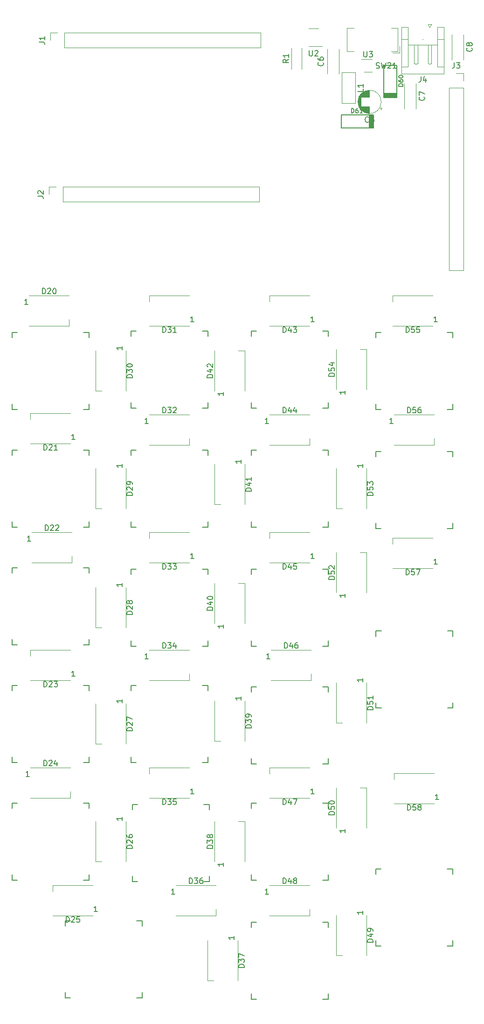
<source format=gto>
G04 #@! TF.GenerationSoftware,KiCad,Pcbnew,(5.1.6)-1*
G04 #@! TF.CreationDate,2020-06-08T17:18:55+12:00*
G04 #@! TF.ProjectId,discipad-pcb,64697363-6970-4616-942d-7063622e6b69,rev?*
G04 #@! TF.SameCoordinates,Original*
G04 #@! TF.FileFunction,Legend,Top*
G04 #@! TF.FilePolarity,Positive*
%FSLAX46Y46*%
G04 Gerber Fmt 4.6, Leading zero omitted, Abs format (unit mm)*
G04 Created by KiCad (PCBNEW (5.1.6)-1) date 2020-06-08 17:18:55*
%MOMM*%
%LPD*%
G01*
G04 APERTURE LIST*
%ADD10C,0.150000*%
%ADD11C,0.120000*%
%ADD12C,0.200000*%
G04 APERTURE END LIST*
D10*
X3212493Y-56790493D02*
X3212493Y-55790493D01*
X3212493Y-69790493D02*
X4212493Y-69790493D01*
X4212493Y-55790493D02*
X3212493Y-55790493D01*
X3212493Y-69790493D02*
X3212493Y-68790493D01*
X17212493Y-68790493D02*
X17212493Y-69790493D01*
X17212493Y-55790493D02*
X16212493Y-55790493D01*
X16212493Y-69790493D02*
X17212493Y-69790493D01*
X17212493Y-55790493D02*
X17212493Y-56790493D01*
X69252493Y-78380493D02*
X69252493Y-77380493D01*
X69252493Y-91380493D02*
X70252493Y-91380493D01*
X70252493Y-77380493D02*
X69252493Y-77380493D01*
X69252493Y-91380493D02*
X69252493Y-90380493D01*
X83252493Y-90380493D02*
X83252493Y-91380493D01*
X83252493Y-77380493D02*
X82252493Y-77380493D01*
X82252493Y-91380493D02*
X83252493Y-91380493D01*
X83252493Y-77380493D02*
X83252493Y-78380493D01*
X82288493Y-109939493D02*
X83288493Y-109939493D01*
X69288493Y-109939493D02*
X69288493Y-110939493D01*
X83288493Y-110939493D02*
X83288493Y-109939493D01*
X69288493Y-109939493D02*
X70288493Y-109939493D01*
X70288493Y-123939493D02*
X69288493Y-123939493D01*
X83288493Y-123939493D02*
X83288493Y-122939493D01*
X69288493Y-122939493D02*
X69288493Y-123939493D01*
X83288493Y-123939493D02*
X82288493Y-123939493D01*
X82252493Y-153072493D02*
X83252493Y-153072493D01*
X69252493Y-153072493D02*
X69252493Y-154072493D01*
X83252493Y-154072493D02*
X83252493Y-153072493D01*
X69252493Y-153072493D02*
X70252493Y-153072493D01*
X70252493Y-167072493D02*
X69252493Y-167072493D01*
X83252493Y-167072493D02*
X83252493Y-166072493D01*
X69252493Y-166072493D02*
X69252493Y-167072493D01*
X83252493Y-167072493D02*
X82252493Y-167072493D01*
X46646493Y-163724493D02*
X46646493Y-162724493D01*
X46646493Y-176724493D02*
X47646493Y-176724493D01*
X47646493Y-162724493D02*
X46646493Y-162724493D01*
X46646493Y-176724493D02*
X46646493Y-175724493D01*
X60646493Y-175724493D02*
X60646493Y-176724493D01*
X60646493Y-162724493D02*
X59646493Y-162724493D01*
X59646493Y-176724493D02*
X60646493Y-176724493D01*
X60646493Y-162724493D02*
X60646493Y-163724493D01*
X46646493Y-121052493D02*
X46646493Y-120052493D01*
X46646493Y-134052493D02*
X47646493Y-134052493D01*
X47646493Y-120052493D02*
X46646493Y-120052493D01*
X46646493Y-134052493D02*
X46646493Y-133052493D01*
X60646493Y-133052493D02*
X60646493Y-134052493D01*
X60646493Y-120052493D02*
X59646493Y-120052493D01*
X59646493Y-134052493D02*
X60646493Y-134052493D01*
X60646493Y-120052493D02*
X60646493Y-121052493D01*
X46646493Y-99716493D02*
X46646493Y-98716493D01*
X46646493Y-112716493D02*
X47646493Y-112716493D01*
X47646493Y-98716493D02*
X46646493Y-98716493D01*
X46646493Y-112716493D02*
X46646493Y-111716493D01*
X60646493Y-111716493D02*
X60646493Y-112716493D01*
X60646493Y-98716493D02*
X59646493Y-98716493D01*
X59646493Y-112716493D02*
X60646493Y-112716493D01*
X60646493Y-98716493D02*
X60646493Y-99716493D01*
X46646493Y-78126493D02*
X46646493Y-77126493D01*
X46646493Y-91126493D02*
X47646493Y-91126493D01*
X47646493Y-77126493D02*
X46646493Y-77126493D01*
X46646493Y-91126493D02*
X46646493Y-90126493D01*
X60646493Y-90126493D02*
X60646493Y-91126493D01*
X60646493Y-77126493D02*
X59646493Y-77126493D01*
X59646493Y-91126493D02*
X60646493Y-91126493D01*
X60646493Y-77126493D02*
X60646493Y-78126493D01*
X46646493Y-56536493D02*
X46646493Y-55536493D01*
X46646493Y-69536493D02*
X47646493Y-69536493D01*
X47646493Y-55536493D02*
X46646493Y-55536493D01*
X46646493Y-69536493D02*
X46646493Y-68536493D01*
X60646493Y-68536493D02*
X60646493Y-69536493D01*
X60646493Y-55536493D02*
X59646493Y-55536493D01*
X59646493Y-69536493D02*
X60646493Y-69536493D01*
X60646493Y-55536493D02*
X60646493Y-56536493D01*
X25056493Y-142388493D02*
X25056493Y-141388493D01*
X25056493Y-155388493D02*
X26056493Y-155388493D01*
X26056493Y-141388493D02*
X25056493Y-141388493D01*
X25056493Y-155388493D02*
X25056493Y-154388493D01*
X39056493Y-154388493D02*
X39056493Y-155388493D01*
X39056493Y-141388493D02*
X38056493Y-141388493D01*
X38056493Y-155388493D02*
X39056493Y-155388493D01*
X39056493Y-141388493D02*
X39056493Y-142388493D01*
X24802493Y-120798493D02*
X24802493Y-119798493D01*
X24802493Y-133798493D02*
X25802493Y-133798493D01*
X25802493Y-119798493D02*
X24802493Y-119798493D01*
X24802493Y-133798493D02*
X24802493Y-132798493D01*
X38802493Y-132798493D02*
X38802493Y-133798493D01*
X38802493Y-119798493D02*
X37802493Y-119798493D01*
X37802493Y-133798493D02*
X38802493Y-133798493D01*
X38802493Y-119798493D02*
X38802493Y-120798493D01*
X24802493Y-99716493D02*
X24802493Y-98716493D01*
X24802493Y-112716493D02*
X25802493Y-112716493D01*
X25802493Y-98716493D02*
X24802493Y-98716493D01*
X24802493Y-112716493D02*
X24802493Y-111716493D01*
X38802493Y-111716493D02*
X38802493Y-112716493D01*
X38802493Y-98716493D02*
X37802493Y-98716493D01*
X37802493Y-112716493D02*
X38802493Y-112716493D01*
X38802493Y-98716493D02*
X38802493Y-99716493D01*
X24802493Y-78126493D02*
X24802493Y-77126493D01*
X24802493Y-91126493D02*
X25802493Y-91126493D01*
X25802493Y-77126493D02*
X24802493Y-77126493D01*
X24802493Y-91126493D02*
X24802493Y-90126493D01*
X38802493Y-90126493D02*
X38802493Y-91126493D01*
X38802493Y-77126493D02*
X37802493Y-77126493D01*
X37802493Y-91126493D02*
X38802493Y-91126493D01*
X38802493Y-77126493D02*
X38802493Y-78126493D01*
X3212493Y-142134493D02*
X3212493Y-141134493D01*
X3212493Y-155134493D02*
X4212493Y-155134493D01*
X4212493Y-141134493D02*
X3212493Y-141134493D01*
X3212493Y-155134493D02*
X3212493Y-154134493D01*
X17212493Y-154134493D02*
X17212493Y-155134493D01*
X17212493Y-141134493D02*
X16212493Y-141134493D01*
X16212493Y-155134493D02*
X17212493Y-155134493D01*
X17212493Y-141134493D02*
X17212493Y-142134493D01*
X12864493Y-163470493D02*
X12864493Y-162470493D01*
X12864493Y-176470493D02*
X13864493Y-176470493D01*
X13864493Y-162470493D02*
X12864493Y-162470493D01*
X12864493Y-176470493D02*
X12864493Y-175470493D01*
X26864493Y-175470493D02*
X26864493Y-176470493D01*
X26864493Y-162470493D02*
X25864493Y-162470493D01*
X25864493Y-176470493D02*
X26864493Y-176470493D01*
X26864493Y-162470493D02*
X26864493Y-163470493D01*
X46646493Y-142134493D02*
X46646493Y-141134493D01*
X46646493Y-155134493D02*
X47646493Y-155134493D01*
X47646493Y-141134493D02*
X46646493Y-141134493D01*
X46646493Y-155134493D02*
X46646493Y-154134493D01*
X60646493Y-154134493D02*
X60646493Y-155134493D01*
X60646493Y-141134493D02*
X59646493Y-141134493D01*
X59646493Y-155134493D02*
X60646493Y-155134493D01*
X60646493Y-141134493D02*
X60646493Y-142134493D01*
X3212493Y-120798493D02*
X3212493Y-119798493D01*
X3212493Y-133798493D02*
X4212493Y-133798493D01*
X4212493Y-119798493D02*
X3212493Y-119798493D01*
X3212493Y-133798493D02*
X3212493Y-132798493D01*
X17212493Y-132798493D02*
X17212493Y-133798493D01*
X17212493Y-119798493D02*
X16212493Y-119798493D01*
X16212493Y-133798493D02*
X17212493Y-133798493D01*
X17212493Y-119798493D02*
X17212493Y-120798493D01*
X3212493Y-99462493D02*
X3212493Y-98462493D01*
X3212493Y-112462493D02*
X4212493Y-112462493D01*
X4212493Y-98462493D02*
X3212493Y-98462493D01*
X3212493Y-112462493D02*
X3212493Y-111462493D01*
X17212493Y-111462493D02*
X17212493Y-112462493D01*
X17212493Y-98462493D02*
X16212493Y-98462493D01*
X16212493Y-112462493D02*
X17212493Y-112462493D01*
X17212493Y-98462493D02*
X17212493Y-99462493D01*
X3212493Y-78126493D02*
X3212493Y-77126493D01*
X3212493Y-91126493D02*
X4212493Y-91126493D01*
X4212493Y-77126493D02*
X3212493Y-77126493D01*
X3212493Y-91126493D02*
X3212493Y-90126493D01*
X17212493Y-90126493D02*
X17212493Y-91126493D01*
X17212493Y-77126493D02*
X16212493Y-77126493D01*
X16212493Y-91126493D02*
X17212493Y-91126493D01*
X17212493Y-77126493D02*
X17212493Y-78126493D01*
X24802493Y-56536493D02*
X24802493Y-55536493D01*
X24802493Y-69536493D02*
X25802493Y-69536493D01*
X25802493Y-55536493D02*
X24802493Y-55536493D01*
X24802493Y-69536493D02*
X24802493Y-68536493D01*
X38802493Y-68536493D02*
X38802493Y-69536493D01*
X38802493Y-55536493D02*
X37802493Y-55536493D01*
X37802493Y-69536493D02*
X38802493Y-69536493D01*
X38802493Y-55536493D02*
X38802493Y-56536493D01*
X69252493Y-56790493D02*
X69252493Y-55790493D01*
X69252493Y-69790493D02*
X70252493Y-69790493D01*
X70252493Y-55790493D02*
X69252493Y-55790493D01*
X69252493Y-69790493D02*
X69252493Y-68790493D01*
X83252493Y-68790493D02*
X83252493Y-69790493D01*
X83252493Y-55790493D02*
X82252493Y-55790493D01*
X82252493Y-69790493D02*
X83252493Y-69790493D01*
X83252493Y-55790493D02*
X83252493Y-56790493D01*
D11*
X72072493Y-4820493D02*
X73272493Y-4820493D01*
X73272493Y-4820493D02*
X73272493Y-620493D01*
X73272493Y-620493D02*
X72072493Y-620493D01*
X65272493Y-4820493D02*
X64072493Y-4820493D01*
X64072493Y-4820493D02*
X64072493Y-620493D01*
X64072493Y-620493D02*
X65272493Y-620493D01*
X72372493Y-5120493D02*
X73572493Y-5120493D01*
X73572493Y-5120493D02*
X73572493Y-3920493D01*
X82542493Y-11482493D02*
X85202493Y-11482493D01*
X82542493Y-11482493D02*
X82542493Y-44562493D01*
X82542493Y-44562493D02*
X85202493Y-44562493D01*
X85202493Y-11482493D02*
X85202493Y-44562493D01*
X85202493Y-8882493D02*
X85202493Y-10212493D01*
X83872493Y-8882493D02*
X85202493Y-8882493D01*
X9898493Y-30786493D02*
X9898493Y-29456493D01*
X9898493Y-29456493D02*
X11228493Y-29456493D01*
X12498493Y-29456493D02*
X48118493Y-29456493D01*
X48118493Y-32116493D02*
X48118493Y-29456493D01*
X12498493Y-32116493D02*
X48118493Y-32116493D01*
X12498493Y-32116493D02*
X12498493Y-29456493D01*
X10152493Y-2846493D02*
X10152493Y-1516493D01*
X10152493Y-1516493D02*
X11482493Y-1516493D01*
X12752493Y-1516493D02*
X48372493Y-1516493D01*
X48372493Y-4176493D02*
X48372493Y-1516493D01*
X12752493Y-4176493D02*
X48372493Y-4176493D01*
X12752493Y-4176493D02*
X12752493Y-1516493D01*
X67170493Y-8578493D02*
X68570493Y-8578493D01*
X68570493Y-6258493D02*
X66670493Y-6258493D01*
X57064493Y-3948493D02*
X59514493Y-3948493D01*
X58864493Y-728493D02*
X57064493Y-728493D01*
X55836493Y-8068493D02*
X55836493Y-4228493D01*
X53996493Y-8068493D02*
X53996493Y-4228493D01*
X65534493Y-14252493D02*
X65534493Y-8712493D01*
X63094493Y-14252493D02*
X65534493Y-14252493D01*
X63094493Y-8712493D02*
X63094493Y-14252493D01*
X65534493Y-8712493D02*
X63094493Y-8712493D01*
X78746493Y15507D02*
X79046493Y-584493D01*
X79346493Y15507D02*
X78746493Y15507D01*
X79046493Y-584493D02*
X79346493Y15507D01*
X76226493Y-3674493D02*
X76546493Y-3674493D01*
X76226493Y-7094493D02*
X76226493Y-3674493D01*
X76546493Y-7174493D02*
X76226493Y-7094493D01*
X76866493Y-7094493D02*
X76546493Y-7174493D01*
X76866493Y-3674493D02*
X76866493Y-7094493D01*
X76546493Y-3674493D02*
X76866493Y-3674493D01*
X77876493Y-2674493D02*
X77716493Y-2674493D01*
X78726493Y-3674493D02*
X79046493Y-3674493D01*
X78726493Y-7094493D02*
X78726493Y-3674493D01*
X79046493Y-7174493D02*
X78726493Y-7094493D01*
X79366493Y-7094493D02*
X79046493Y-7174493D01*
X79366493Y-3674493D02*
X79366493Y-7094493D01*
X79046493Y-3674493D02*
X79366493Y-3674493D01*
X80436493Y-3674493D02*
X75156493Y-3674493D01*
X75156493Y-2674493D02*
X73936493Y-2674493D01*
X75156493Y-7674493D02*
X75156493Y-2674493D01*
X73936493Y-7674493D02*
X75156493Y-7674493D01*
X80436493Y-2674493D02*
X81656493Y-2674493D01*
X80436493Y-7674493D02*
X80436493Y-2674493D01*
X81656493Y-7674493D02*
X80436493Y-7674493D01*
X75156493Y-474493D02*
X75156493Y-2674493D01*
X73936493Y-474493D02*
X75156493Y-474493D01*
X73936493Y-8894493D02*
X73936493Y-474493D01*
X81656493Y-8894493D02*
X73936493Y-8894493D01*
X81656493Y-474493D02*
X81656493Y-8894493D01*
X80436493Y-474493D02*
X81656493Y-474493D01*
X80436493Y-2674493D02*
X80436493Y-474493D01*
D12*
X63038493Y-16378493D02*
X68838493Y-16378493D01*
X63038493Y-18778493D02*
X63038493Y-16378493D01*
X68838493Y-18778493D02*
X63038493Y-18778493D01*
X68763493Y-18778493D02*
X68763493Y-16378493D01*
X68638493Y-18778493D02*
X68638493Y-16378493D01*
X68863493Y-16378493D02*
X68863493Y-18778493D01*
X68463493Y-18778493D02*
X68463493Y-16378493D01*
X68288493Y-18778493D02*
X68288493Y-16378493D01*
X68113493Y-18778493D02*
X68113493Y-16378493D01*
X73134493Y-7412493D02*
X73134493Y-13212493D01*
X70734493Y-7412493D02*
X73134493Y-7412493D01*
X70734493Y-13212493D02*
X70734493Y-7412493D01*
X70734493Y-13137493D02*
X73134493Y-13137493D01*
X70734493Y-13012493D02*
X73134493Y-13012493D01*
X73134493Y-13237493D02*
X70734493Y-13237493D01*
X70734493Y-12837493D02*
X73134493Y-12837493D01*
X70734493Y-12662493D02*
X73134493Y-12662493D01*
X70734493Y-12487493D02*
X73134493Y-12487493D01*
D11*
X83071493Y-6346493D02*
X83056493Y-6346493D01*
X85196493Y-6346493D02*
X85181493Y-6346493D01*
X83071493Y-1806493D02*
X83056493Y-1806493D01*
X85196493Y-1806493D02*
X85181493Y-1806493D01*
X83056493Y-1806493D02*
X83056493Y-6346493D01*
X85196493Y-1806493D02*
X85196493Y-6346493D01*
X74435493Y-15236493D02*
X74420493Y-15236493D01*
X76560493Y-15236493D02*
X76545493Y-15236493D01*
X74435493Y-10696493D02*
X74420493Y-10696493D01*
X76560493Y-10696493D02*
X76545493Y-10696493D01*
X74420493Y-10696493D02*
X74420493Y-15236493D01*
X76560493Y-10696493D02*
X76560493Y-15236493D01*
X62575493Y-4426493D02*
X62590493Y-4426493D01*
X60450493Y-4426493D02*
X60465493Y-4426493D01*
X62575493Y-8966493D02*
X62590493Y-8966493D01*
X60450493Y-8966493D02*
X60465493Y-8966493D01*
X62590493Y-8966493D02*
X62590493Y-4426493D01*
X60450493Y-8966493D02*
X60450493Y-4426493D01*
X79902493Y-141232493D02*
X72602493Y-141232493D01*
X79902493Y-135732493D02*
X72602493Y-135732493D01*
X72602493Y-135732493D02*
X72602493Y-136882493D01*
X79648493Y-98560493D02*
X72348493Y-98560493D01*
X79648493Y-93060493D02*
X72348493Y-93060493D01*
X72348493Y-93060493D02*
X72348493Y-94210493D01*
X72602493Y-70708493D02*
X79902493Y-70708493D01*
X72602493Y-76208493D02*
X79902493Y-76208493D01*
X79902493Y-76208493D02*
X79902493Y-75058493D01*
X79648493Y-54618493D02*
X72348493Y-54618493D01*
X79648493Y-49118493D02*
X72348493Y-49118493D01*
X72348493Y-49118493D02*
X72348493Y-50268493D01*
X62072493Y-66186493D02*
X62072493Y-58886493D01*
X67572493Y-66186493D02*
X67572493Y-58886493D01*
X67572493Y-58886493D02*
X66422493Y-58886493D01*
X67572493Y-80476493D02*
X67572493Y-87776493D01*
X62072493Y-80476493D02*
X62072493Y-87776493D01*
X62072493Y-87776493D02*
X63222493Y-87776493D01*
X62072493Y-103016493D02*
X62072493Y-95716493D01*
X67572493Y-103016493D02*
X67572493Y-95716493D01*
X67572493Y-95716493D02*
X66422493Y-95716493D01*
X67572493Y-119338493D02*
X67572493Y-126638493D01*
X62072493Y-119338493D02*
X62072493Y-126638493D01*
X62072493Y-126638493D02*
X63222493Y-126638493D01*
X62072493Y-145688493D02*
X62072493Y-138388493D01*
X67572493Y-145688493D02*
X67572493Y-138388493D01*
X67572493Y-138388493D02*
X66422493Y-138388493D01*
X67572493Y-161502493D02*
X67572493Y-168802493D01*
X62072493Y-161502493D02*
X62072493Y-168802493D01*
X62072493Y-168802493D02*
X63222493Y-168802493D01*
X49996493Y-156052493D02*
X57296493Y-156052493D01*
X49996493Y-161552493D02*
X57296493Y-161552493D01*
X57296493Y-161552493D02*
X57296493Y-160402493D01*
X57296493Y-140216493D02*
X49996493Y-140216493D01*
X57296493Y-134716493D02*
X49996493Y-134716493D01*
X49996493Y-134716493D02*
X49996493Y-135866493D01*
X50250493Y-113380493D02*
X57550493Y-113380493D01*
X50250493Y-118880493D02*
X57550493Y-118880493D01*
X57550493Y-118880493D02*
X57550493Y-117730493D01*
X57296493Y-97544493D02*
X49996493Y-97544493D01*
X57296493Y-92044493D02*
X49996493Y-92044493D01*
X49996493Y-92044493D02*
X49996493Y-93194493D01*
X49996493Y-70708493D02*
X57296493Y-70708493D01*
X49996493Y-76208493D02*
X57296493Y-76208493D01*
X57296493Y-76208493D02*
X57296493Y-75058493D01*
X57296493Y-54618493D02*
X49996493Y-54618493D01*
X57296493Y-49118493D02*
X49996493Y-49118493D01*
X49996493Y-49118493D02*
X49996493Y-50268493D01*
X39974493Y-66440493D02*
X39974493Y-59140493D01*
X45474493Y-66440493D02*
X45474493Y-59140493D01*
X45474493Y-59140493D02*
X44324493Y-59140493D01*
X45474493Y-79714493D02*
X45474493Y-87014493D01*
X39974493Y-79714493D02*
X39974493Y-87014493D01*
X39974493Y-87014493D02*
X41124493Y-87014493D01*
X39974493Y-108604493D02*
X39974493Y-101304493D01*
X45474493Y-108604493D02*
X45474493Y-101304493D01*
X45474493Y-101304493D02*
X44324493Y-101304493D01*
X45474493Y-122640493D02*
X45474493Y-129940493D01*
X39974493Y-122640493D02*
X39974493Y-129940493D01*
X39974493Y-129940493D02*
X41124493Y-129940493D01*
X39974493Y-151784493D02*
X39974493Y-144484493D01*
X45474493Y-151784493D02*
X45474493Y-144484493D01*
X45474493Y-144484493D02*
X44324493Y-144484493D01*
X44204493Y-166074493D02*
X44204493Y-173374493D01*
X38704493Y-166074493D02*
X38704493Y-173374493D01*
X38704493Y-173374493D02*
X39854493Y-173374493D01*
X32978493Y-156052493D02*
X40278493Y-156052493D01*
X32978493Y-161552493D02*
X40278493Y-161552493D01*
X40278493Y-161552493D02*
X40278493Y-160402493D01*
X35452493Y-140216493D02*
X28152493Y-140216493D01*
X35452493Y-134716493D02*
X28152493Y-134716493D01*
X28152493Y-134716493D02*
X28152493Y-135866493D01*
X28152493Y-113380493D02*
X35452493Y-113380493D01*
X28152493Y-118880493D02*
X35452493Y-118880493D01*
X35452493Y-118880493D02*
X35452493Y-117730493D01*
X70256493Y-14022493D02*
G75*
G03*
X70256493Y-14022493I-2120000J0D01*
G01*
X68136493Y-13182493D02*
X68136493Y-11942493D01*
X68136493Y-16102493D02*
X68136493Y-14862493D01*
X68096493Y-13182493D02*
X68096493Y-11942493D01*
X68096493Y-16102493D02*
X68096493Y-14862493D01*
X68056493Y-13182493D02*
X68056493Y-11943493D01*
X68056493Y-16101493D02*
X68056493Y-14862493D01*
X68016493Y-16099493D02*
X68016493Y-14862493D01*
X68016493Y-13182493D02*
X68016493Y-11945493D01*
X67976493Y-16096493D02*
X67976493Y-14862493D01*
X67976493Y-13182493D02*
X67976493Y-11948493D01*
X67936493Y-16093493D02*
X67936493Y-14862493D01*
X67936493Y-13182493D02*
X67936493Y-11951493D01*
X67896493Y-16089493D02*
X67896493Y-14862493D01*
X67896493Y-13182493D02*
X67896493Y-11955493D01*
X67856493Y-16084493D02*
X67856493Y-14862493D01*
X67856493Y-13182493D02*
X67856493Y-11960493D01*
X67816493Y-16078493D02*
X67816493Y-14862493D01*
X67816493Y-13182493D02*
X67816493Y-11966493D01*
X67776493Y-16072493D02*
X67776493Y-14862493D01*
X67776493Y-13182493D02*
X67776493Y-11972493D01*
X67736493Y-16064493D02*
X67736493Y-14862493D01*
X67736493Y-13182493D02*
X67736493Y-11980493D01*
X67696493Y-16056493D02*
X67696493Y-14862493D01*
X67696493Y-13182493D02*
X67696493Y-11988493D01*
X67656493Y-16047493D02*
X67656493Y-14862493D01*
X67656493Y-13182493D02*
X67656493Y-11997493D01*
X67616493Y-16038493D02*
X67616493Y-14862493D01*
X67616493Y-13182493D02*
X67616493Y-12006493D01*
X67576493Y-16027493D02*
X67576493Y-14862493D01*
X67576493Y-13182493D02*
X67576493Y-12017493D01*
X67536493Y-16016493D02*
X67536493Y-14862493D01*
X67536493Y-13182493D02*
X67536493Y-12028493D01*
X67496493Y-16004493D02*
X67496493Y-14862493D01*
X67496493Y-13182493D02*
X67496493Y-12040493D01*
X67456493Y-15990493D02*
X67456493Y-14862493D01*
X67456493Y-13182493D02*
X67456493Y-12054493D01*
X67415493Y-15976493D02*
X67415493Y-14862493D01*
X67415493Y-13182493D02*
X67415493Y-12068493D01*
X67375493Y-15962493D02*
X67375493Y-14862493D01*
X67375493Y-13182493D02*
X67375493Y-12082493D01*
X67335493Y-15946493D02*
X67335493Y-14862493D01*
X67335493Y-13182493D02*
X67335493Y-12098493D01*
X67295493Y-15929493D02*
X67295493Y-14862493D01*
X67295493Y-13182493D02*
X67295493Y-12115493D01*
X67255493Y-15911493D02*
X67255493Y-14862493D01*
X67255493Y-13182493D02*
X67255493Y-12133493D01*
X67215493Y-15892493D02*
X67215493Y-14862493D01*
X67215493Y-13182493D02*
X67215493Y-12152493D01*
X67175493Y-15873493D02*
X67175493Y-14862493D01*
X67175493Y-13182493D02*
X67175493Y-12171493D01*
X67135493Y-15852493D02*
X67135493Y-14862493D01*
X67135493Y-13182493D02*
X67135493Y-12192493D01*
X67095493Y-15830493D02*
X67095493Y-14862493D01*
X67095493Y-13182493D02*
X67095493Y-12214493D01*
X67055493Y-15807493D02*
X67055493Y-14862493D01*
X67055493Y-13182493D02*
X67055493Y-12237493D01*
X67015493Y-15782493D02*
X67015493Y-14862493D01*
X67015493Y-13182493D02*
X67015493Y-12262493D01*
X66975493Y-15757493D02*
X66975493Y-14862493D01*
X66975493Y-13182493D02*
X66975493Y-12287493D01*
X66935493Y-15730493D02*
X66935493Y-14862493D01*
X66935493Y-13182493D02*
X66935493Y-12314493D01*
X66895493Y-15702493D02*
X66895493Y-14862493D01*
X66895493Y-13182493D02*
X66895493Y-12342493D01*
X66855493Y-15672493D02*
X66855493Y-14862493D01*
X66855493Y-13182493D02*
X66855493Y-12372493D01*
X66815493Y-15641493D02*
X66815493Y-14862493D01*
X66815493Y-13182493D02*
X66815493Y-12403493D01*
X66775493Y-15609493D02*
X66775493Y-14862493D01*
X66775493Y-13182493D02*
X66775493Y-12435493D01*
X66735493Y-15574493D02*
X66735493Y-14862493D01*
X66735493Y-13182493D02*
X66735493Y-12470493D01*
X66695493Y-15538493D02*
X66695493Y-14862493D01*
X66695493Y-13182493D02*
X66695493Y-12506493D01*
X66655493Y-15500493D02*
X66655493Y-14862493D01*
X66655493Y-13182493D02*
X66655493Y-12544493D01*
X66615493Y-15460493D02*
X66615493Y-14862493D01*
X66615493Y-13182493D02*
X66615493Y-12584493D01*
X66575493Y-15418493D02*
X66575493Y-14862493D01*
X66575493Y-13182493D02*
X66575493Y-12626493D01*
X66535493Y-15373493D02*
X66535493Y-12671493D01*
X66495493Y-15326493D02*
X66495493Y-12718493D01*
X66455493Y-15276493D02*
X66455493Y-12768493D01*
X66415493Y-15222493D02*
X66415493Y-12822493D01*
X66375493Y-15164493D02*
X66375493Y-12880493D01*
X66335493Y-15102493D02*
X66335493Y-12942493D01*
X66295493Y-15035493D02*
X66295493Y-13009493D01*
X66255493Y-14962493D02*
X66255493Y-13082493D01*
X66215493Y-14881493D02*
X66215493Y-13163493D01*
X66175493Y-14790493D02*
X66175493Y-13254493D01*
X66135493Y-14686493D02*
X66135493Y-13358493D01*
X66095493Y-14559493D02*
X66095493Y-13485493D01*
X66055493Y-14392493D02*
X66055493Y-13652493D01*
X70406294Y-15217493D02*
X70006294Y-15217493D01*
X70206294Y-15417493D02*
X70206294Y-15017493D01*
X13608493Y-54618493D02*
X13608493Y-53468493D01*
X6308493Y-54618493D02*
X13608493Y-54618493D01*
X6308493Y-49118493D02*
X13608493Y-49118493D01*
X13862493Y-75954493D02*
X6562493Y-75954493D01*
X13862493Y-70454493D02*
X6562493Y-70454493D01*
X6562493Y-70454493D02*
X6562493Y-71604493D01*
X14116493Y-97544493D02*
X14116493Y-96394493D01*
X6816493Y-97544493D02*
X14116493Y-97544493D01*
X6816493Y-92044493D02*
X14116493Y-92044493D01*
X13862493Y-118880493D02*
X6562493Y-118880493D01*
X13862493Y-113380493D02*
X6562493Y-113380493D01*
X6562493Y-113380493D02*
X6562493Y-114530493D01*
X13862493Y-140216493D02*
X13862493Y-139066493D01*
X6562493Y-140216493D02*
X13862493Y-140216493D01*
X6562493Y-134716493D02*
X13862493Y-134716493D01*
X17926493Y-161552493D02*
X10626493Y-161552493D01*
X17926493Y-156052493D02*
X10626493Y-156052493D01*
X10626493Y-156052493D02*
X10626493Y-157202493D01*
X23884493Y-144484493D02*
X23884493Y-151784493D01*
X18384493Y-144484493D02*
X18384493Y-151784493D01*
X18384493Y-151784493D02*
X19534493Y-151784493D01*
X18384493Y-130448493D02*
X19534493Y-130448493D01*
X18384493Y-123148493D02*
X18384493Y-130448493D01*
X23884493Y-123148493D02*
X23884493Y-130448493D01*
X23884493Y-102066493D02*
X23884493Y-109366493D01*
X18384493Y-102066493D02*
X18384493Y-109366493D01*
X18384493Y-109366493D02*
X19534493Y-109366493D01*
X18384493Y-87776493D02*
X19534493Y-87776493D01*
X18384493Y-80476493D02*
X18384493Y-87776493D01*
X23884493Y-80476493D02*
X23884493Y-87776493D01*
X23884493Y-59140493D02*
X23884493Y-66440493D01*
X18384493Y-59140493D02*
X18384493Y-66440493D01*
X18384493Y-66440493D02*
X19534493Y-66440493D01*
X28152493Y-49118493D02*
X28152493Y-50268493D01*
X35452493Y-49118493D02*
X28152493Y-49118493D01*
X35452493Y-54618493D02*
X28152493Y-54618493D01*
X28152493Y-70708493D02*
X35452493Y-70708493D01*
X28152493Y-76208493D02*
X35452493Y-76208493D01*
X35452493Y-76208493D02*
X35452493Y-75058493D01*
X28152493Y-92044493D02*
X28152493Y-93194493D01*
X35452493Y-92044493D02*
X28152493Y-92044493D01*
X35452493Y-97544493D02*
X28152493Y-97544493D01*
D10*
X69362969Y-7885254D02*
X69505826Y-7932873D01*
X69743921Y-7932873D01*
X69839159Y-7885254D01*
X69886778Y-7837635D01*
X69934397Y-7742397D01*
X69934397Y-7647159D01*
X69886778Y-7551921D01*
X69839159Y-7504302D01*
X69743921Y-7456683D01*
X69553445Y-7409064D01*
X69458207Y-7361445D01*
X69410588Y-7313826D01*
X69362969Y-7218588D01*
X69362969Y-7123350D01*
X69410588Y-7028112D01*
X69458207Y-6980493D01*
X69553445Y-6932873D01*
X69791540Y-6932873D01*
X69934397Y-6980493D01*
X70267731Y-6932873D02*
X70505826Y-7932873D01*
X70696302Y-7218588D01*
X70886778Y-7932873D01*
X71124873Y-6932873D01*
X71458207Y-7028112D02*
X71505826Y-6980493D01*
X71601064Y-6932873D01*
X71839159Y-6932873D01*
X71934397Y-6980493D01*
X71982016Y-7028112D01*
X72029635Y-7123350D01*
X72029635Y-7218588D01*
X71982016Y-7361445D01*
X71410588Y-7932873D01*
X72029635Y-7932873D01*
X72982016Y-7932873D02*
X72410588Y-7932873D01*
X72696302Y-7932873D02*
X72696302Y-6932873D01*
X72601064Y-7075731D01*
X72505826Y-7170969D01*
X72410588Y-7218588D01*
X83539159Y-6894873D02*
X83539159Y-7609159D01*
X83491540Y-7752016D01*
X83396302Y-7847254D01*
X83253445Y-7894873D01*
X83158207Y-7894873D01*
X83920112Y-6894873D02*
X84539159Y-6894873D01*
X84205826Y-7275826D01*
X84348683Y-7275826D01*
X84443921Y-7323445D01*
X84491540Y-7371064D01*
X84539159Y-7466302D01*
X84539159Y-7704397D01*
X84491540Y-7799635D01*
X84443921Y-7847254D01*
X84348683Y-7894873D01*
X84062969Y-7894873D01*
X83967731Y-7847254D01*
X83920112Y-7799635D01*
X7910873Y-31119826D02*
X8625159Y-31119826D01*
X8768016Y-31167445D01*
X8863254Y-31262683D01*
X8910873Y-31405540D01*
X8910873Y-31500778D01*
X8006112Y-30691254D02*
X7958493Y-30643635D01*
X7910873Y-30548397D01*
X7910873Y-30310302D01*
X7958493Y-30215064D01*
X8006112Y-30167445D01*
X8101350Y-30119826D01*
X8196588Y-30119826D01*
X8339445Y-30167445D01*
X8910873Y-30738873D01*
X8910873Y-30119826D01*
X8164873Y-3179826D02*
X8879159Y-3179826D01*
X9022016Y-3227445D01*
X9117254Y-3322683D01*
X9164873Y-3465540D01*
X9164873Y-3560778D01*
X9164873Y-2179826D02*
X9164873Y-2751254D01*
X9164873Y-2465540D02*
X8164873Y-2465540D01*
X8307731Y-2560778D01*
X8402969Y-2656016D01*
X8450588Y-2751254D01*
X67108588Y-4870873D02*
X67108588Y-5680397D01*
X67156207Y-5775635D01*
X67203826Y-5823254D01*
X67299064Y-5870873D01*
X67489540Y-5870873D01*
X67584778Y-5823254D01*
X67632397Y-5775635D01*
X67680016Y-5680397D01*
X67680016Y-4870873D01*
X68060969Y-4870873D02*
X68680016Y-4870873D01*
X68346683Y-5251826D01*
X68489540Y-5251826D01*
X68584778Y-5299445D01*
X68632397Y-5347064D01*
X68680016Y-5442302D01*
X68680016Y-5680397D01*
X68632397Y-5775635D01*
X68584778Y-5823254D01*
X68489540Y-5870873D01*
X68203826Y-5870873D01*
X68108588Y-5823254D01*
X68060969Y-5775635D01*
X57202588Y-4690873D02*
X57202588Y-5500397D01*
X57250207Y-5595635D01*
X57297826Y-5643254D01*
X57393064Y-5690873D01*
X57583540Y-5690873D01*
X57678778Y-5643254D01*
X57726397Y-5595635D01*
X57774016Y-5500397D01*
X57774016Y-4690873D01*
X58202588Y-4786112D02*
X58250207Y-4738493D01*
X58345445Y-4690873D01*
X58583540Y-4690873D01*
X58678778Y-4738493D01*
X58726397Y-4786112D01*
X58774016Y-4881350D01*
X58774016Y-4976588D01*
X58726397Y-5119445D01*
X58154969Y-5690873D01*
X58774016Y-5690873D01*
X53448873Y-6315159D02*
X52972683Y-6648493D01*
X53448873Y-6886588D02*
X52448873Y-6886588D01*
X52448873Y-6505635D01*
X52496493Y-6410397D01*
X52544112Y-6362778D01*
X52639350Y-6315159D01*
X52782207Y-6315159D01*
X52877445Y-6362778D01*
X52925064Y-6410397D01*
X52972683Y-6505635D01*
X52972683Y-6886588D01*
X53448873Y-5362778D02*
X53448873Y-5934207D01*
X53448873Y-5648493D02*
X52448873Y-5648493D01*
X52591731Y-5743731D01*
X52686969Y-5838969D01*
X52734588Y-5934207D01*
X66986873Y-11649159D02*
X66986873Y-12125350D01*
X65986873Y-12125350D01*
X66986873Y-10792016D02*
X66986873Y-11363445D01*
X66986873Y-11077731D02*
X65986873Y-11077731D01*
X66129731Y-11172969D01*
X66224969Y-11268207D01*
X66272588Y-11363445D01*
X77463159Y-9436873D02*
X77463159Y-10151159D01*
X77415540Y-10294016D01*
X77320302Y-10389254D01*
X77177445Y-10436873D01*
X77082207Y-10436873D01*
X78367921Y-9770207D02*
X78367921Y-10436873D01*
X78129826Y-9389254D02*
X77891731Y-10103540D01*
X78510778Y-10103540D01*
X64867064Y-16015397D02*
X64867064Y-15215397D01*
X65057540Y-15215397D01*
X65171826Y-15253493D01*
X65248016Y-15329683D01*
X65286112Y-15405873D01*
X65324207Y-15558254D01*
X65324207Y-15672540D01*
X65286112Y-15824921D01*
X65248016Y-15901112D01*
X65171826Y-15977302D01*
X65057540Y-16015397D01*
X64867064Y-16015397D01*
X66009921Y-15215397D02*
X65857540Y-15215397D01*
X65781350Y-15253493D01*
X65743254Y-15291588D01*
X65667064Y-15405873D01*
X65628969Y-15558254D01*
X65628969Y-15863016D01*
X65667064Y-15939207D01*
X65705159Y-15977302D01*
X65781350Y-16015397D01*
X65933731Y-16015397D01*
X66009921Y-15977302D01*
X66048016Y-15939207D01*
X66086112Y-15863016D01*
X66086112Y-15672540D01*
X66048016Y-15596350D01*
X66009921Y-15558254D01*
X65933731Y-15520159D01*
X65781350Y-15520159D01*
X65705159Y-15558254D01*
X65667064Y-15596350D01*
X65628969Y-15672540D01*
X66848016Y-16015397D02*
X66390873Y-16015397D01*
X66619445Y-16015397D02*
X66619445Y-15215397D01*
X66543254Y-15329683D01*
X66467064Y-15405873D01*
X66390873Y-15443969D01*
X74221397Y-11183921D02*
X73421397Y-11183921D01*
X73421397Y-10993445D01*
X73459493Y-10879159D01*
X73535683Y-10802969D01*
X73611873Y-10764873D01*
X73764254Y-10726778D01*
X73878540Y-10726778D01*
X74030921Y-10764873D01*
X74107112Y-10802969D01*
X74183302Y-10879159D01*
X74221397Y-10993445D01*
X74221397Y-11183921D01*
X73421397Y-10041064D02*
X73421397Y-10193445D01*
X73459493Y-10269635D01*
X73497588Y-10307731D01*
X73611873Y-10383921D01*
X73764254Y-10422016D01*
X74069016Y-10422016D01*
X74145207Y-10383921D01*
X74183302Y-10345826D01*
X74221397Y-10269635D01*
X74221397Y-10117254D01*
X74183302Y-10041064D01*
X74145207Y-10002969D01*
X74069016Y-9964873D01*
X73878540Y-9964873D01*
X73802350Y-10002969D01*
X73764254Y-10041064D01*
X73726159Y-10117254D01*
X73726159Y-10269635D01*
X73764254Y-10345826D01*
X73802350Y-10383921D01*
X73878540Y-10422016D01*
X73421397Y-9469635D02*
X73421397Y-9393445D01*
X73459493Y-9317254D01*
X73497588Y-9279159D01*
X73573778Y-9241064D01*
X73726159Y-9202969D01*
X73916635Y-9202969D01*
X74069016Y-9241064D01*
X74145207Y-9279159D01*
X74183302Y-9317254D01*
X74221397Y-9393445D01*
X74221397Y-9469635D01*
X74183302Y-9545826D01*
X74145207Y-9583921D01*
X74069016Y-9622016D01*
X73916635Y-9660112D01*
X73726159Y-9660112D01*
X73573778Y-9622016D01*
X73497588Y-9583921D01*
X73459493Y-9545826D01*
X73421397Y-9469635D01*
X86683635Y-4243159D02*
X86731254Y-4290778D01*
X86778873Y-4433635D01*
X86778873Y-4528873D01*
X86731254Y-4671731D01*
X86636016Y-4766969D01*
X86540778Y-4814588D01*
X86350302Y-4862207D01*
X86207445Y-4862207D01*
X86016969Y-4814588D01*
X85921731Y-4766969D01*
X85826493Y-4671731D01*
X85778873Y-4528873D01*
X85778873Y-4433635D01*
X85826493Y-4290778D01*
X85874112Y-4243159D01*
X86207445Y-3671731D02*
X86159826Y-3766969D01*
X86112207Y-3814588D01*
X86016969Y-3862207D01*
X85969350Y-3862207D01*
X85874112Y-3814588D01*
X85826493Y-3766969D01*
X85778873Y-3671731D01*
X85778873Y-3481254D01*
X85826493Y-3386016D01*
X85874112Y-3338397D01*
X85969350Y-3290778D01*
X86016969Y-3290778D01*
X86112207Y-3338397D01*
X86159826Y-3386016D01*
X86207445Y-3481254D01*
X86207445Y-3671731D01*
X86255064Y-3766969D01*
X86302683Y-3814588D01*
X86397921Y-3862207D01*
X86588397Y-3862207D01*
X86683635Y-3814588D01*
X86731254Y-3766969D01*
X86778873Y-3671731D01*
X86778873Y-3481254D01*
X86731254Y-3386016D01*
X86683635Y-3338397D01*
X86588397Y-3290778D01*
X86397921Y-3290778D01*
X86302683Y-3338397D01*
X86255064Y-3386016D01*
X86207445Y-3481254D01*
X78047635Y-13133159D02*
X78095254Y-13180778D01*
X78142873Y-13323635D01*
X78142873Y-13418873D01*
X78095254Y-13561731D01*
X78000016Y-13656969D01*
X77904778Y-13704588D01*
X77714302Y-13752207D01*
X77571445Y-13752207D01*
X77380969Y-13704588D01*
X77285731Y-13656969D01*
X77190493Y-13561731D01*
X77142873Y-13418873D01*
X77142873Y-13323635D01*
X77190493Y-13180778D01*
X77238112Y-13133159D01*
X77142873Y-12799826D02*
X77142873Y-12133159D01*
X78142873Y-12561731D01*
X59677635Y-6863159D02*
X59725254Y-6910778D01*
X59772873Y-7053635D01*
X59772873Y-7148873D01*
X59725254Y-7291731D01*
X59630016Y-7386969D01*
X59534778Y-7434588D01*
X59344302Y-7482207D01*
X59201445Y-7482207D01*
X59010969Y-7434588D01*
X58915731Y-7386969D01*
X58820493Y-7291731D01*
X58772873Y-7148873D01*
X58772873Y-7053635D01*
X58820493Y-6910778D01*
X58868112Y-6863159D01*
X58772873Y-6006016D02*
X58772873Y-6196493D01*
X58820493Y-6291731D01*
X58868112Y-6339350D01*
X59010969Y-6434588D01*
X59201445Y-6482207D01*
X59582397Y-6482207D01*
X59677635Y-6434588D01*
X59725254Y-6386969D01*
X59772873Y-6291731D01*
X59772873Y-6101254D01*
X59725254Y-6006016D01*
X59677635Y-5958397D01*
X59582397Y-5910778D01*
X59344302Y-5910778D01*
X59249064Y-5958397D01*
X59201445Y-6006016D01*
X59153826Y-6101254D01*
X59153826Y-6291731D01*
X59201445Y-6386969D01*
X59249064Y-6434588D01*
X59344302Y-6482207D01*
X75038207Y-142434873D02*
X75038207Y-141434873D01*
X75276302Y-141434873D01*
X75419159Y-141482493D01*
X75514397Y-141577731D01*
X75562016Y-141672969D01*
X75609635Y-141863445D01*
X75609635Y-142006302D01*
X75562016Y-142196778D01*
X75514397Y-142292016D01*
X75419159Y-142387254D01*
X75276302Y-142434873D01*
X75038207Y-142434873D01*
X76514397Y-141434873D02*
X76038207Y-141434873D01*
X75990588Y-141911064D01*
X76038207Y-141863445D01*
X76133445Y-141815826D01*
X76371540Y-141815826D01*
X76466778Y-141863445D01*
X76514397Y-141911064D01*
X76562016Y-142006302D01*
X76562016Y-142244397D01*
X76514397Y-142339635D01*
X76466778Y-142387254D01*
X76371540Y-142434873D01*
X76133445Y-142434873D01*
X76038207Y-142387254D01*
X75990588Y-142339635D01*
X77133445Y-141863445D02*
X77038207Y-141815826D01*
X76990588Y-141768207D01*
X76942969Y-141672969D01*
X76942969Y-141625350D01*
X76990588Y-141530112D01*
X77038207Y-141482493D01*
X77133445Y-141434873D01*
X77323921Y-141434873D01*
X77419159Y-141482493D01*
X77466778Y-141530112D01*
X77514397Y-141625350D01*
X77514397Y-141672969D01*
X77466778Y-141768207D01*
X77419159Y-141815826D01*
X77323921Y-141863445D01*
X77133445Y-141863445D01*
X77038207Y-141911064D01*
X76990588Y-141958683D01*
X76942969Y-142053921D01*
X76942969Y-142244397D01*
X76990588Y-142339635D01*
X77038207Y-142387254D01*
X77133445Y-142434873D01*
X77323921Y-142434873D01*
X77419159Y-142387254D01*
X77466778Y-142339635D01*
X77514397Y-142244397D01*
X77514397Y-142053921D01*
X77466778Y-141958683D01*
X77419159Y-141911064D01*
X77323921Y-141863445D01*
X80688207Y-140534873D02*
X80116778Y-140534873D01*
X80402493Y-140534873D02*
X80402493Y-139534873D01*
X80307254Y-139677731D01*
X80212016Y-139772969D01*
X80116778Y-139820588D01*
X74784207Y-99762873D02*
X74784207Y-98762873D01*
X75022302Y-98762873D01*
X75165159Y-98810493D01*
X75260397Y-98905731D01*
X75308016Y-99000969D01*
X75355635Y-99191445D01*
X75355635Y-99334302D01*
X75308016Y-99524778D01*
X75260397Y-99620016D01*
X75165159Y-99715254D01*
X75022302Y-99762873D01*
X74784207Y-99762873D01*
X76260397Y-98762873D02*
X75784207Y-98762873D01*
X75736588Y-99239064D01*
X75784207Y-99191445D01*
X75879445Y-99143826D01*
X76117540Y-99143826D01*
X76212778Y-99191445D01*
X76260397Y-99239064D01*
X76308016Y-99334302D01*
X76308016Y-99572397D01*
X76260397Y-99667635D01*
X76212778Y-99715254D01*
X76117540Y-99762873D01*
X75879445Y-99762873D01*
X75784207Y-99715254D01*
X75736588Y-99667635D01*
X76641350Y-98762873D02*
X77308016Y-98762873D01*
X76879445Y-99762873D01*
X80434207Y-97862873D02*
X79862778Y-97862873D01*
X80148493Y-97862873D02*
X80148493Y-96862873D01*
X80053254Y-97005731D01*
X79958016Y-97100969D01*
X79862778Y-97148588D01*
X75038207Y-70410873D02*
X75038207Y-69410873D01*
X75276302Y-69410873D01*
X75419159Y-69458493D01*
X75514397Y-69553731D01*
X75562016Y-69648969D01*
X75609635Y-69839445D01*
X75609635Y-69982302D01*
X75562016Y-70172778D01*
X75514397Y-70268016D01*
X75419159Y-70363254D01*
X75276302Y-70410873D01*
X75038207Y-70410873D01*
X76514397Y-69410873D02*
X76038207Y-69410873D01*
X75990588Y-69887064D01*
X76038207Y-69839445D01*
X76133445Y-69791826D01*
X76371540Y-69791826D01*
X76466778Y-69839445D01*
X76514397Y-69887064D01*
X76562016Y-69982302D01*
X76562016Y-70220397D01*
X76514397Y-70315635D01*
X76466778Y-70363254D01*
X76371540Y-70410873D01*
X76133445Y-70410873D01*
X76038207Y-70363254D01*
X75990588Y-70315635D01*
X77419159Y-69410873D02*
X77228683Y-69410873D01*
X77133445Y-69458493D01*
X77085826Y-69506112D01*
X76990588Y-69648969D01*
X76942969Y-69839445D01*
X76942969Y-70220397D01*
X76990588Y-70315635D01*
X77038207Y-70363254D01*
X77133445Y-70410873D01*
X77323921Y-70410873D01*
X77419159Y-70363254D01*
X77466778Y-70315635D01*
X77514397Y-70220397D01*
X77514397Y-69982302D01*
X77466778Y-69887064D01*
X77419159Y-69839445D01*
X77323921Y-69791826D01*
X77133445Y-69791826D01*
X77038207Y-69839445D01*
X76990588Y-69887064D01*
X76942969Y-69982302D01*
X72388207Y-72310873D02*
X71816778Y-72310873D01*
X72102493Y-72310873D02*
X72102493Y-71310873D01*
X72007254Y-71453731D01*
X71912016Y-71548969D01*
X71816778Y-71596588D01*
X74784207Y-55820873D02*
X74784207Y-54820873D01*
X75022302Y-54820873D01*
X75165159Y-54868493D01*
X75260397Y-54963731D01*
X75308016Y-55058969D01*
X75355635Y-55249445D01*
X75355635Y-55392302D01*
X75308016Y-55582778D01*
X75260397Y-55678016D01*
X75165159Y-55773254D01*
X75022302Y-55820873D01*
X74784207Y-55820873D01*
X76260397Y-54820873D02*
X75784207Y-54820873D01*
X75736588Y-55297064D01*
X75784207Y-55249445D01*
X75879445Y-55201826D01*
X76117540Y-55201826D01*
X76212778Y-55249445D01*
X76260397Y-55297064D01*
X76308016Y-55392302D01*
X76308016Y-55630397D01*
X76260397Y-55725635D01*
X76212778Y-55773254D01*
X76117540Y-55820873D01*
X75879445Y-55820873D01*
X75784207Y-55773254D01*
X75736588Y-55725635D01*
X77212778Y-54820873D02*
X76736588Y-54820873D01*
X76688969Y-55297064D01*
X76736588Y-55249445D01*
X76831826Y-55201826D01*
X77069921Y-55201826D01*
X77165159Y-55249445D01*
X77212778Y-55297064D01*
X77260397Y-55392302D01*
X77260397Y-55630397D01*
X77212778Y-55725635D01*
X77165159Y-55773254D01*
X77069921Y-55820873D01*
X76831826Y-55820873D01*
X76736588Y-55773254D01*
X76688969Y-55725635D01*
X80434207Y-53920873D02*
X79862778Y-53920873D01*
X80148493Y-53920873D02*
X80148493Y-52920873D01*
X80053254Y-53063731D01*
X79958016Y-53158969D01*
X79862778Y-53206588D01*
X61774873Y-63750778D02*
X60774873Y-63750778D01*
X60774873Y-63512683D01*
X60822493Y-63369826D01*
X60917731Y-63274588D01*
X61012969Y-63226969D01*
X61203445Y-63179350D01*
X61346302Y-63179350D01*
X61536778Y-63226969D01*
X61632016Y-63274588D01*
X61727254Y-63369826D01*
X61774873Y-63512683D01*
X61774873Y-63750778D01*
X60774873Y-62274588D02*
X60774873Y-62750778D01*
X61251064Y-62798397D01*
X61203445Y-62750778D01*
X61155826Y-62655540D01*
X61155826Y-62417445D01*
X61203445Y-62322207D01*
X61251064Y-62274588D01*
X61346302Y-62226969D01*
X61584397Y-62226969D01*
X61679635Y-62274588D01*
X61727254Y-62322207D01*
X61774873Y-62417445D01*
X61774873Y-62655540D01*
X61727254Y-62750778D01*
X61679635Y-62798397D01*
X61108207Y-61369826D02*
X61774873Y-61369826D01*
X60727254Y-61607921D02*
X61441540Y-61846016D01*
X61441540Y-61226969D01*
X63674873Y-66400778D02*
X63674873Y-66972207D01*
X63674873Y-66686493D02*
X62674873Y-66686493D01*
X62817731Y-66781731D01*
X62912969Y-66876969D01*
X62960588Y-66972207D01*
X68774873Y-85340778D02*
X67774873Y-85340778D01*
X67774873Y-85102683D01*
X67822493Y-84959826D01*
X67917731Y-84864588D01*
X68012969Y-84816969D01*
X68203445Y-84769350D01*
X68346302Y-84769350D01*
X68536778Y-84816969D01*
X68632016Y-84864588D01*
X68727254Y-84959826D01*
X68774873Y-85102683D01*
X68774873Y-85340778D01*
X67774873Y-83864588D02*
X67774873Y-84340778D01*
X68251064Y-84388397D01*
X68203445Y-84340778D01*
X68155826Y-84245540D01*
X68155826Y-84007445D01*
X68203445Y-83912207D01*
X68251064Y-83864588D01*
X68346302Y-83816969D01*
X68584397Y-83816969D01*
X68679635Y-83864588D01*
X68727254Y-83912207D01*
X68774873Y-84007445D01*
X68774873Y-84245540D01*
X68727254Y-84340778D01*
X68679635Y-84388397D01*
X67774873Y-83483635D02*
X67774873Y-82864588D01*
X68155826Y-83197921D01*
X68155826Y-83055064D01*
X68203445Y-82959826D01*
X68251064Y-82912207D01*
X68346302Y-82864588D01*
X68584397Y-82864588D01*
X68679635Y-82912207D01*
X68727254Y-82959826D01*
X68774873Y-83055064D01*
X68774873Y-83340778D01*
X68727254Y-83436016D01*
X68679635Y-83483635D01*
X66874873Y-79690778D02*
X66874873Y-80262207D01*
X66874873Y-79976493D02*
X65874873Y-79976493D01*
X66017731Y-80071731D01*
X66112969Y-80166969D01*
X66160588Y-80262207D01*
X61774873Y-100580778D02*
X60774873Y-100580778D01*
X60774873Y-100342683D01*
X60822493Y-100199826D01*
X60917731Y-100104588D01*
X61012969Y-100056969D01*
X61203445Y-100009350D01*
X61346302Y-100009350D01*
X61536778Y-100056969D01*
X61632016Y-100104588D01*
X61727254Y-100199826D01*
X61774873Y-100342683D01*
X61774873Y-100580778D01*
X60774873Y-99104588D02*
X60774873Y-99580778D01*
X61251064Y-99628397D01*
X61203445Y-99580778D01*
X61155826Y-99485540D01*
X61155826Y-99247445D01*
X61203445Y-99152207D01*
X61251064Y-99104588D01*
X61346302Y-99056969D01*
X61584397Y-99056969D01*
X61679635Y-99104588D01*
X61727254Y-99152207D01*
X61774873Y-99247445D01*
X61774873Y-99485540D01*
X61727254Y-99580778D01*
X61679635Y-99628397D01*
X60870112Y-98676016D02*
X60822493Y-98628397D01*
X60774873Y-98533159D01*
X60774873Y-98295064D01*
X60822493Y-98199826D01*
X60870112Y-98152207D01*
X60965350Y-98104588D01*
X61060588Y-98104588D01*
X61203445Y-98152207D01*
X61774873Y-98723635D01*
X61774873Y-98104588D01*
X63674873Y-103230778D02*
X63674873Y-103802207D01*
X63674873Y-103516493D02*
X62674873Y-103516493D01*
X62817731Y-103611731D01*
X62912969Y-103706969D01*
X62960588Y-103802207D01*
X68774873Y-124202778D02*
X67774873Y-124202778D01*
X67774873Y-123964683D01*
X67822493Y-123821826D01*
X67917731Y-123726588D01*
X68012969Y-123678969D01*
X68203445Y-123631350D01*
X68346302Y-123631350D01*
X68536778Y-123678969D01*
X68632016Y-123726588D01*
X68727254Y-123821826D01*
X68774873Y-123964683D01*
X68774873Y-124202778D01*
X67774873Y-122726588D02*
X67774873Y-123202778D01*
X68251064Y-123250397D01*
X68203445Y-123202778D01*
X68155826Y-123107540D01*
X68155826Y-122869445D01*
X68203445Y-122774207D01*
X68251064Y-122726588D01*
X68346302Y-122678969D01*
X68584397Y-122678969D01*
X68679635Y-122726588D01*
X68727254Y-122774207D01*
X68774873Y-122869445D01*
X68774873Y-123107540D01*
X68727254Y-123202778D01*
X68679635Y-123250397D01*
X68774873Y-121726588D02*
X68774873Y-122298016D01*
X68774873Y-122012302D02*
X67774873Y-122012302D01*
X67917731Y-122107540D01*
X68012969Y-122202778D01*
X68060588Y-122298016D01*
X66874873Y-118552778D02*
X66874873Y-119124207D01*
X66874873Y-118838493D02*
X65874873Y-118838493D01*
X66017731Y-118933731D01*
X66112969Y-119028969D01*
X66160588Y-119124207D01*
X61774873Y-143252778D02*
X60774873Y-143252778D01*
X60774873Y-143014683D01*
X60822493Y-142871826D01*
X60917731Y-142776588D01*
X61012969Y-142728969D01*
X61203445Y-142681350D01*
X61346302Y-142681350D01*
X61536778Y-142728969D01*
X61632016Y-142776588D01*
X61727254Y-142871826D01*
X61774873Y-143014683D01*
X61774873Y-143252778D01*
X60774873Y-141776588D02*
X60774873Y-142252778D01*
X61251064Y-142300397D01*
X61203445Y-142252778D01*
X61155826Y-142157540D01*
X61155826Y-141919445D01*
X61203445Y-141824207D01*
X61251064Y-141776588D01*
X61346302Y-141728969D01*
X61584397Y-141728969D01*
X61679635Y-141776588D01*
X61727254Y-141824207D01*
X61774873Y-141919445D01*
X61774873Y-142157540D01*
X61727254Y-142252778D01*
X61679635Y-142300397D01*
X60774873Y-141109921D02*
X60774873Y-141014683D01*
X60822493Y-140919445D01*
X60870112Y-140871826D01*
X60965350Y-140824207D01*
X61155826Y-140776588D01*
X61393921Y-140776588D01*
X61584397Y-140824207D01*
X61679635Y-140871826D01*
X61727254Y-140919445D01*
X61774873Y-141014683D01*
X61774873Y-141109921D01*
X61727254Y-141205159D01*
X61679635Y-141252778D01*
X61584397Y-141300397D01*
X61393921Y-141348016D01*
X61155826Y-141348016D01*
X60965350Y-141300397D01*
X60870112Y-141252778D01*
X60822493Y-141205159D01*
X60774873Y-141109921D01*
X63674873Y-145902778D02*
X63674873Y-146474207D01*
X63674873Y-146188493D02*
X62674873Y-146188493D01*
X62817731Y-146283731D01*
X62912969Y-146378969D01*
X62960588Y-146474207D01*
X68774873Y-166366778D02*
X67774873Y-166366778D01*
X67774873Y-166128683D01*
X67822493Y-165985826D01*
X67917731Y-165890588D01*
X68012969Y-165842969D01*
X68203445Y-165795350D01*
X68346302Y-165795350D01*
X68536778Y-165842969D01*
X68632016Y-165890588D01*
X68727254Y-165985826D01*
X68774873Y-166128683D01*
X68774873Y-166366778D01*
X68108207Y-164938207D02*
X68774873Y-164938207D01*
X67727254Y-165176302D02*
X68441540Y-165414397D01*
X68441540Y-164795350D01*
X68774873Y-164366778D02*
X68774873Y-164176302D01*
X68727254Y-164081064D01*
X68679635Y-164033445D01*
X68536778Y-163938207D01*
X68346302Y-163890588D01*
X67965350Y-163890588D01*
X67870112Y-163938207D01*
X67822493Y-163985826D01*
X67774873Y-164081064D01*
X67774873Y-164271540D01*
X67822493Y-164366778D01*
X67870112Y-164414397D01*
X67965350Y-164462016D01*
X68203445Y-164462016D01*
X68298683Y-164414397D01*
X68346302Y-164366778D01*
X68393921Y-164271540D01*
X68393921Y-164081064D01*
X68346302Y-163985826D01*
X68298683Y-163938207D01*
X68203445Y-163890588D01*
X66874873Y-160716778D02*
X66874873Y-161288207D01*
X66874873Y-161002493D02*
X65874873Y-161002493D01*
X66017731Y-161097731D01*
X66112969Y-161192969D01*
X66160588Y-161288207D01*
X52432207Y-155754873D02*
X52432207Y-154754873D01*
X52670302Y-154754873D01*
X52813159Y-154802493D01*
X52908397Y-154897731D01*
X52956016Y-154992969D01*
X53003635Y-155183445D01*
X53003635Y-155326302D01*
X52956016Y-155516778D01*
X52908397Y-155612016D01*
X52813159Y-155707254D01*
X52670302Y-155754873D01*
X52432207Y-155754873D01*
X53860778Y-155088207D02*
X53860778Y-155754873D01*
X53622683Y-154707254D02*
X53384588Y-155421540D01*
X54003635Y-155421540D01*
X54527445Y-155183445D02*
X54432207Y-155135826D01*
X54384588Y-155088207D01*
X54336969Y-154992969D01*
X54336969Y-154945350D01*
X54384588Y-154850112D01*
X54432207Y-154802493D01*
X54527445Y-154754873D01*
X54717921Y-154754873D01*
X54813159Y-154802493D01*
X54860778Y-154850112D01*
X54908397Y-154945350D01*
X54908397Y-154992969D01*
X54860778Y-155088207D01*
X54813159Y-155135826D01*
X54717921Y-155183445D01*
X54527445Y-155183445D01*
X54432207Y-155231064D01*
X54384588Y-155278683D01*
X54336969Y-155373921D01*
X54336969Y-155564397D01*
X54384588Y-155659635D01*
X54432207Y-155707254D01*
X54527445Y-155754873D01*
X54717921Y-155754873D01*
X54813159Y-155707254D01*
X54860778Y-155659635D01*
X54908397Y-155564397D01*
X54908397Y-155373921D01*
X54860778Y-155278683D01*
X54813159Y-155231064D01*
X54717921Y-155183445D01*
X49782207Y-157654873D02*
X49210778Y-157654873D01*
X49496493Y-157654873D02*
X49496493Y-156654873D01*
X49401254Y-156797731D01*
X49306016Y-156892969D01*
X49210778Y-156940588D01*
X52432207Y-141418873D02*
X52432207Y-140418873D01*
X52670302Y-140418873D01*
X52813159Y-140466493D01*
X52908397Y-140561731D01*
X52956016Y-140656969D01*
X53003635Y-140847445D01*
X53003635Y-140990302D01*
X52956016Y-141180778D01*
X52908397Y-141276016D01*
X52813159Y-141371254D01*
X52670302Y-141418873D01*
X52432207Y-141418873D01*
X53860778Y-140752207D02*
X53860778Y-141418873D01*
X53622683Y-140371254D02*
X53384588Y-141085540D01*
X54003635Y-141085540D01*
X54289350Y-140418873D02*
X54956016Y-140418873D01*
X54527445Y-141418873D01*
X58082207Y-139518873D02*
X57510778Y-139518873D01*
X57796493Y-139518873D02*
X57796493Y-138518873D01*
X57701254Y-138661731D01*
X57606016Y-138756969D01*
X57510778Y-138804588D01*
X52686207Y-113082873D02*
X52686207Y-112082873D01*
X52924302Y-112082873D01*
X53067159Y-112130493D01*
X53162397Y-112225731D01*
X53210016Y-112320969D01*
X53257635Y-112511445D01*
X53257635Y-112654302D01*
X53210016Y-112844778D01*
X53162397Y-112940016D01*
X53067159Y-113035254D01*
X52924302Y-113082873D01*
X52686207Y-113082873D01*
X54114778Y-112416207D02*
X54114778Y-113082873D01*
X53876683Y-112035254D02*
X53638588Y-112749540D01*
X54257635Y-112749540D01*
X55067159Y-112082873D02*
X54876683Y-112082873D01*
X54781445Y-112130493D01*
X54733826Y-112178112D01*
X54638588Y-112320969D01*
X54590969Y-112511445D01*
X54590969Y-112892397D01*
X54638588Y-112987635D01*
X54686207Y-113035254D01*
X54781445Y-113082873D01*
X54971921Y-113082873D01*
X55067159Y-113035254D01*
X55114778Y-112987635D01*
X55162397Y-112892397D01*
X55162397Y-112654302D01*
X55114778Y-112559064D01*
X55067159Y-112511445D01*
X54971921Y-112463826D01*
X54781445Y-112463826D01*
X54686207Y-112511445D01*
X54638588Y-112559064D01*
X54590969Y-112654302D01*
X50036207Y-114982873D02*
X49464778Y-114982873D01*
X49750493Y-114982873D02*
X49750493Y-113982873D01*
X49655254Y-114125731D01*
X49560016Y-114220969D01*
X49464778Y-114268588D01*
X52432207Y-98746873D02*
X52432207Y-97746873D01*
X52670302Y-97746873D01*
X52813159Y-97794493D01*
X52908397Y-97889731D01*
X52956016Y-97984969D01*
X53003635Y-98175445D01*
X53003635Y-98318302D01*
X52956016Y-98508778D01*
X52908397Y-98604016D01*
X52813159Y-98699254D01*
X52670302Y-98746873D01*
X52432207Y-98746873D01*
X53860778Y-98080207D02*
X53860778Y-98746873D01*
X53622683Y-97699254D02*
X53384588Y-98413540D01*
X54003635Y-98413540D01*
X54860778Y-97746873D02*
X54384588Y-97746873D01*
X54336969Y-98223064D01*
X54384588Y-98175445D01*
X54479826Y-98127826D01*
X54717921Y-98127826D01*
X54813159Y-98175445D01*
X54860778Y-98223064D01*
X54908397Y-98318302D01*
X54908397Y-98556397D01*
X54860778Y-98651635D01*
X54813159Y-98699254D01*
X54717921Y-98746873D01*
X54479826Y-98746873D01*
X54384588Y-98699254D01*
X54336969Y-98651635D01*
X58082207Y-96846873D02*
X57510778Y-96846873D01*
X57796493Y-96846873D02*
X57796493Y-95846873D01*
X57701254Y-95989731D01*
X57606016Y-96084969D01*
X57510778Y-96132588D01*
X52432207Y-70410873D02*
X52432207Y-69410873D01*
X52670302Y-69410873D01*
X52813159Y-69458493D01*
X52908397Y-69553731D01*
X52956016Y-69648969D01*
X53003635Y-69839445D01*
X53003635Y-69982302D01*
X52956016Y-70172778D01*
X52908397Y-70268016D01*
X52813159Y-70363254D01*
X52670302Y-70410873D01*
X52432207Y-70410873D01*
X53860778Y-69744207D02*
X53860778Y-70410873D01*
X53622683Y-69363254D02*
X53384588Y-70077540D01*
X54003635Y-70077540D01*
X54813159Y-69744207D02*
X54813159Y-70410873D01*
X54575064Y-69363254D02*
X54336969Y-70077540D01*
X54956016Y-70077540D01*
X49782207Y-72310873D02*
X49210778Y-72310873D01*
X49496493Y-72310873D02*
X49496493Y-71310873D01*
X49401254Y-71453731D01*
X49306016Y-71548969D01*
X49210778Y-71596588D01*
X52432207Y-55820873D02*
X52432207Y-54820873D01*
X52670302Y-54820873D01*
X52813159Y-54868493D01*
X52908397Y-54963731D01*
X52956016Y-55058969D01*
X53003635Y-55249445D01*
X53003635Y-55392302D01*
X52956016Y-55582778D01*
X52908397Y-55678016D01*
X52813159Y-55773254D01*
X52670302Y-55820873D01*
X52432207Y-55820873D01*
X53860778Y-55154207D02*
X53860778Y-55820873D01*
X53622683Y-54773254D02*
X53384588Y-55487540D01*
X54003635Y-55487540D01*
X54289350Y-54820873D02*
X54908397Y-54820873D01*
X54575064Y-55201826D01*
X54717921Y-55201826D01*
X54813159Y-55249445D01*
X54860778Y-55297064D01*
X54908397Y-55392302D01*
X54908397Y-55630397D01*
X54860778Y-55725635D01*
X54813159Y-55773254D01*
X54717921Y-55820873D01*
X54432207Y-55820873D01*
X54336969Y-55773254D01*
X54289350Y-55725635D01*
X58082207Y-53920873D02*
X57510778Y-53920873D01*
X57796493Y-53920873D02*
X57796493Y-52920873D01*
X57701254Y-53063731D01*
X57606016Y-53158969D01*
X57510778Y-53206588D01*
X39676873Y-64004778D02*
X38676873Y-64004778D01*
X38676873Y-63766683D01*
X38724493Y-63623826D01*
X38819731Y-63528588D01*
X38914969Y-63480969D01*
X39105445Y-63433350D01*
X39248302Y-63433350D01*
X39438778Y-63480969D01*
X39534016Y-63528588D01*
X39629254Y-63623826D01*
X39676873Y-63766683D01*
X39676873Y-64004778D01*
X39010207Y-62576207D02*
X39676873Y-62576207D01*
X38629254Y-62814302D02*
X39343540Y-63052397D01*
X39343540Y-62433350D01*
X38772112Y-62100016D02*
X38724493Y-62052397D01*
X38676873Y-61957159D01*
X38676873Y-61719064D01*
X38724493Y-61623826D01*
X38772112Y-61576207D01*
X38867350Y-61528588D01*
X38962588Y-61528588D01*
X39105445Y-61576207D01*
X39676873Y-62147635D01*
X39676873Y-61528588D01*
X41576873Y-66654778D02*
X41576873Y-67226207D01*
X41576873Y-66940493D02*
X40576873Y-66940493D01*
X40719731Y-67035731D01*
X40814969Y-67130969D01*
X40862588Y-67226207D01*
X46676873Y-84578778D02*
X45676873Y-84578778D01*
X45676873Y-84340683D01*
X45724493Y-84197826D01*
X45819731Y-84102588D01*
X45914969Y-84054969D01*
X46105445Y-84007350D01*
X46248302Y-84007350D01*
X46438778Y-84054969D01*
X46534016Y-84102588D01*
X46629254Y-84197826D01*
X46676873Y-84340683D01*
X46676873Y-84578778D01*
X46010207Y-83150207D02*
X46676873Y-83150207D01*
X45629254Y-83388302D02*
X46343540Y-83626397D01*
X46343540Y-83007350D01*
X46676873Y-82102588D02*
X46676873Y-82674016D01*
X46676873Y-82388302D02*
X45676873Y-82388302D01*
X45819731Y-82483540D01*
X45914969Y-82578778D01*
X45962588Y-82674016D01*
X44776873Y-78928778D02*
X44776873Y-79500207D01*
X44776873Y-79214493D02*
X43776873Y-79214493D01*
X43919731Y-79309731D01*
X44014969Y-79404969D01*
X44062588Y-79500207D01*
X39676873Y-106168778D02*
X38676873Y-106168778D01*
X38676873Y-105930683D01*
X38724493Y-105787826D01*
X38819731Y-105692588D01*
X38914969Y-105644969D01*
X39105445Y-105597350D01*
X39248302Y-105597350D01*
X39438778Y-105644969D01*
X39534016Y-105692588D01*
X39629254Y-105787826D01*
X39676873Y-105930683D01*
X39676873Y-106168778D01*
X39010207Y-104740207D02*
X39676873Y-104740207D01*
X38629254Y-104978302D02*
X39343540Y-105216397D01*
X39343540Y-104597350D01*
X38676873Y-104025921D02*
X38676873Y-103930683D01*
X38724493Y-103835445D01*
X38772112Y-103787826D01*
X38867350Y-103740207D01*
X39057826Y-103692588D01*
X39295921Y-103692588D01*
X39486397Y-103740207D01*
X39581635Y-103787826D01*
X39629254Y-103835445D01*
X39676873Y-103930683D01*
X39676873Y-104025921D01*
X39629254Y-104121159D01*
X39581635Y-104168778D01*
X39486397Y-104216397D01*
X39295921Y-104264016D01*
X39057826Y-104264016D01*
X38867350Y-104216397D01*
X38772112Y-104168778D01*
X38724493Y-104121159D01*
X38676873Y-104025921D01*
X41576873Y-108818778D02*
X41576873Y-109390207D01*
X41576873Y-109104493D02*
X40576873Y-109104493D01*
X40719731Y-109199731D01*
X40814969Y-109294969D01*
X40862588Y-109390207D01*
X46676873Y-127504778D02*
X45676873Y-127504778D01*
X45676873Y-127266683D01*
X45724493Y-127123826D01*
X45819731Y-127028588D01*
X45914969Y-126980969D01*
X46105445Y-126933350D01*
X46248302Y-126933350D01*
X46438778Y-126980969D01*
X46534016Y-127028588D01*
X46629254Y-127123826D01*
X46676873Y-127266683D01*
X46676873Y-127504778D01*
X45676873Y-126600016D02*
X45676873Y-125980969D01*
X46057826Y-126314302D01*
X46057826Y-126171445D01*
X46105445Y-126076207D01*
X46153064Y-126028588D01*
X46248302Y-125980969D01*
X46486397Y-125980969D01*
X46581635Y-126028588D01*
X46629254Y-126076207D01*
X46676873Y-126171445D01*
X46676873Y-126457159D01*
X46629254Y-126552397D01*
X46581635Y-126600016D01*
X46676873Y-125504778D02*
X46676873Y-125314302D01*
X46629254Y-125219064D01*
X46581635Y-125171445D01*
X46438778Y-125076207D01*
X46248302Y-125028588D01*
X45867350Y-125028588D01*
X45772112Y-125076207D01*
X45724493Y-125123826D01*
X45676873Y-125219064D01*
X45676873Y-125409540D01*
X45724493Y-125504778D01*
X45772112Y-125552397D01*
X45867350Y-125600016D01*
X46105445Y-125600016D01*
X46200683Y-125552397D01*
X46248302Y-125504778D01*
X46295921Y-125409540D01*
X46295921Y-125219064D01*
X46248302Y-125123826D01*
X46200683Y-125076207D01*
X46105445Y-125028588D01*
X44776873Y-121854778D02*
X44776873Y-122426207D01*
X44776873Y-122140493D02*
X43776873Y-122140493D01*
X43919731Y-122235731D01*
X44014969Y-122330969D01*
X44062588Y-122426207D01*
X39676873Y-149348778D02*
X38676873Y-149348778D01*
X38676873Y-149110683D01*
X38724493Y-148967826D01*
X38819731Y-148872588D01*
X38914969Y-148824969D01*
X39105445Y-148777350D01*
X39248302Y-148777350D01*
X39438778Y-148824969D01*
X39534016Y-148872588D01*
X39629254Y-148967826D01*
X39676873Y-149110683D01*
X39676873Y-149348778D01*
X38676873Y-148444016D02*
X38676873Y-147824969D01*
X39057826Y-148158302D01*
X39057826Y-148015445D01*
X39105445Y-147920207D01*
X39153064Y-147872588D01*
X39248302Y-147824969D01*
X39486397Y-147824969D01*
X39581635Y-147872588D01*
X39629254Y-147920207D01*
X39676873Y-148015445D01*
X39676873Y-148301159D01*
X39629254Y-148396397D01*
X39581635Y-148444016D01*
X39105445Y-147253540D02*
X39057826Y-147348778D01*
X39010207Y-147396397D01*
X38914969Y-147444016D01*
X38867350Y-147444016D01*
X38772112Y-147396397D01*
X38724493Y-147348778D01*
X38676873Y-147253540D01*
X38676873Y-147063064D01*
X38724493Y-146967826D01*
X38772112Y-146920207D01*
X38867350Y-146872588D01*
X38914969Y-146872588D01*
X39010207Y-146920207D01*
X39057826Y-146967826D01*
X39105445Y-147063064D01*
X39105445Y-147253540D01*
X39153064Y-147348778D01*
X39200683Y-147396397D01*
X39295921Y-147444016D01*
X39486397Y-147444016D01*
X39581635Y-147396397D01*
X39629254Y-147348778D01*
X39676873Y-147253540D01*
X39676873Y-147063064D01*
X39629254Y-146967826D01*
X39581635Y-146920207D01*
X39486397Y-146872588D01*
X39295921Y-146872588D01*
X39200683Y-146920207D01*
X39153064Y-146967826D01*
X39105445Y-147063064D01*
X41576873Y-151998778D02*
X41576873Y-152570207D01*
X41576873Y-152284493D02*
X40576873Y-152284493D01*
X40719731Y-152379731D01*
X40814969Y-152474969D01*
X40862588Y-152570207D01*
X45406873Y-170938778D02*
X44406873Y-170938778D01*
X44406873Y-170700683D01*
X44454493Y-170557826D01*
X44549731Y-170462588D01*
X44644969Y-170414969D01*
X44835445Y-170367350D01*
X44978302Y-170367350D01*
X45168778Y-170414969D01*
X45264016Y-170462588D01*
X45359254Y-170557826D01*
X45406873Y-170700683D01*
X45406873Y-170938778D01*
X44406873Y-170034016D02*
X44406873Y-169414969D01*
X44787826Y-169748302D01*
X44787826Y-169605445D01*
X44835445Y-169510207D01*
X44883064Y-169462588D01*
X44978302Y-169414969D01*
X45216397Y-169414969D01*
X45311635Y-169462588D01*
X45359254Y-169510207D01*
X45406873Y-169605445D01*
X45406873Y-169891159D01*
X45359254Y-169986397D01*
X45311635Y-170034016D01*
X44406873Y-169081635D02*
X44406873Y-168414969D01*
X45406873Y-168843540D01*
X43506873Y-165288778D02*
X43506873Y-165860207D01*
X43506873Y-165574493D02*
X42506873Y-165574493D01*
X42649731Y-165669731D01*
X42744969Y-165764969D01*
X42792588Y-165860207D01*
X35414207Y-155754873D02*
X35414207Y-154754873D01*
X35652302Y-154754873D01*
X35795159Y-154802493D01*
X35890397Y-154897731D01*
X35938016Y-154992969D01*
X35985635Y-155183445D01*
X35985635Y-155326302D01*
X35938016Y-155516778D01*
X35890397Y-155612016D01*
X35795159Y-155707254D01*
X35652302Y-155754873D01*
X35414207Y-155754873D01*
X36318969Y-154754873D02*
X36938016Y-154754873D01*
X36604683Y-155135826D01*
X36747540Y-155135826D01*
X36842778Y-155183445D01*
X36890397Y-155231064D01*
X36938016Y-155326302D01*
X36938016Y-155564397D01*
X36890397Y-155659635D01*
X36842778Y-155707254D01*
X36747540Y-155754873D01*
X36461826Y-155754873D01*
X36366588Y-155707254D01*
X36318969Y-155659635D01*
X37795159Y-154754873D02*
X37604683Y-154754873D01*
X37509445Y-154802493D01*
X37461826Y-154850112D01*
X37366588Y-154992969D01*
X37318969Y-155183445D01*
X37318969Y-155564397D01*
X37366588Y-155659635D01*
X37414207Y-155707254D01*
X37509445Y-155754873D01*
X37699921Y-155754873D01*
X37795159Y-155707254D01*
X37842778Y-155659635D01*
X37890397Y-155564397D01*
X37890397Y-155326302D01*
X37842778Y-155231064D01*
X37795159Y-155183445D01*
X37699921Y-155135826D01*
X37509445Y-155135826D01*
X37414207Y-155183445D01*
X37366588Y-155231064D01*
X37318969Y-155326302D01*
X32764207Y-157654873D02*
X32192778Y-157654873D01*
X32478493Y-157654873D02*
X32478493Y-156654873D01*
X32383254Y-156797731D01*
X32288016Y-156892969D01*
X32192778Y-156940588D01*
X30588207Y-141418873D02*
X30588207Y-140418873D01*
X30826302Y-140418873D01*
X30969159Y-140466493D01*
X31064397Y-140561731D01*
X31112016Y-140656969D01*
X31159635Y-140847445D01*
X31159635Y-140990302D01*
X31112016Y-141180778D01*
X31064397Y-141276016D01*
X30969159Y-141371254D01*
X30826302Y-141418873D01*
X30588207Y-141418873D01*
X31492969Y-140418873D02*
X32112016Y-140418873D01*
X31778683Y-140799826D01*
X31921540Y-140799826D01*
X32016778Y-140847445D01*
X32064397Y-140895064D01*
X32112016Y-140990302D01*
X32112016Y-141228397D01*
X32064397Y-141323635D01*
X32016778Y-141371254D01*
X31921540Y-141418873D01*
X31635826Y-141418873D01*
X31540588Y-141371254D01*
X31492969Y-141323635D01*
X33016778Y-140418873D02*
X32540588Y-140418873D01*
X32492969Y-140895064D01*
X32540588Y-140847445D01*
X32635826Y-140799826D01*
X32873921Y-140799826D01*
X32969159Y-140847445D01*
X33016778Y-140895064D01*
X33064397Y-140990302D01*
X33064397Y-141228397D01*
X33016778Y-141323635D01*
X32969159Y-141371254D01*
X32873921Y-141418873D01*
X32635826Y-141418873D01*
X32540588Y-141371254D01*
X32492969Y-141323635D01*
X36238207Y-139518873D02*
X35666778Y-139518873D01*
X35952493Y-139518873D02*
X35952493Y-138518873D01*
X35857254Y-138661731D01*
X35762016Y-138756969D01*
X35666778Y-138804588D01*
X30588207Y-113082873D02*
X30588207Y-112082873D01*
X30826302Y-112082873D01*
X30969159Y-112130493D01*
X31064397Y-112225731D01*
X31112016Y-112320969D01*
X31159635Y-112511445D01*
X31159635Y-112654302D01*
X31112016Y-112844778D01*
X31064397Y-112940016D01*
X30969159Y-113035254D01*
X30826302Y-113082873D01*
X30588207Y-113082873D01*
X31492969Y-112082873D02*
X32112016Y-112082873D01*
X31778683Y-112463826D01*
X31921540Y-112463826D01*
X32016778Y-112511445D01*
X32064397Y-112559064D01*
X32112016Y-112654302D01*
X32112016Y-112892397D01*
X32064397Y-112987635D01*
X32016778Y-113035254D01*
X31921540Y-113082873D01*
X31635826Y-113082873D01*
X31540588Y-113035254D01*
X31492969Y-112987635D01*
X32969159Y-112416207D02*
X32969159Y-113082873D01*
X32731064Y-112035254D02*
X32492969Y-112749540D01*
X33112016Y-112749540D01*
X27938207Y-114982873D02*
X27366778Y-114982873D01*
X27652493Y-114982873D02*
X27652493Y-113982873D01*
X27557254Y-114125731D01*
X27462016Y-114220969D01*
X27366778Y-114268588D01*
X67969826Y-17629635D02*
X67922207Y-17677254D01*
X67779350Y-17724873D01*
X67684112Y-17724873D01*
X67541254Y-17677254D01*
X67446016Y-17582016D01*
X67398397Y-17486778D01*
X67350778Y-17296302D01*
X67350778Y-17153445D01*
X67398397Y-16962969D01*
X67446016Y-16867731D01*
X67541254Y-16772493D01*
X67684112Y-16724873D01*
X67779350Y-16724873D01*
X67922207Y-16772493D01*
X67969826Y-16820112D01*
X68303159Y-16724873D02*
X68922207Y-16724873D01*
X68588873Y-17105826D01*
X68731731Y-17105826D01*
X68826969Y-17153445D01*
X68874588Y-17201064D01*
X68922207Y-17296302D01*
X68922207Y-17534397D01*
X68874588Y-17629635D01*
X68826969Y-17677254D01*
X68731731Y-17724873D01*
X68446016Y-17724873D01*
X68350778Y-17677254D01*
X68303159Y-17629635D01*
X8744207Y-48820873D02*
X8744207Y-47820873D01*
X8982302Y-47820873D01*
X9125159Y-47868493D01*
X9220397Y-47963731D01*
X9268016Y-48058969D01*
X9315635Y-48249445D01*
X9315635Y-48392302D01*
X9268016Y-48582778D01*
X9220397Y-48678016D01*
X9125159Y-48773254D01*
X8982302Y-48820873D01*
X8744207Y-48820873D01*
X9696588Y-47916112D02*
X9744207Y-47868493D01*
X9839445Y-47820873D01*
X10077540Y-47820873D01*
X10172778Y-47868493D01*
X10220397Y-47916112D01*
X10268016Y-48011350D01*
X10268016Y-48106588D01*
X10220397Y-48249445D01*
X9648969Y-48820873D01*
X10268016Y-48820873D01*
X10887064Y-47820873D02*
X10982302Y-47820873D01*
X11077540Y-47868493D01*
X11125159Y-47916112D01*
X11172778Y-48011350D01*
X11220397Y-48201826D01*
X11220397Y-48439921D01*
X11172778Y-48630397D01*
X11125159Y-48725635D01*
X11077540Y-48773254D01*
X10982302Y-48820873D01*
X10887064Y-48820873D01*
X10791826Y-48773254D01*
X10744207Y-48725635D01*
X10696588Y-48630397D01*
X10648969Y-48439921D01*
X10648969Y-48201826D01*
X10696588Y-48011350D01*
X10744207Y-47916112D01*
X10791826Y-47868493D01*
X10887064Y-47820873D01*
X6094207Y-50720873D02*
X5522778Y-50720873D01*
X5808493Y-50720873D02*
X5808493Y-49720873D01*
X5713254Y-49863731D01*
X5618016Y-49958969D01*
X5522778Y-50006588D01*
X8998207Y-77156873D02*
X8998207Y-76156873D01*
X9236302Y-76156873D01*
X9379159Y-76204493D01*
X9474397Y-76299731D01*
X9522016Y-76394969D01*
X9569635Y-76585445D01*
X9569635Y-76728302D01*
X9522016Y-76918778D01*
X9474397Y-77014016D01*
X9379159Y-77109254D01*
X9236302Y-77156873D01*
X8998207Y-77156873D01*
X9950588Y-76252112D02*
X9998207Y-76204493D01*
X10093445Y-76156873D01*
X10331540Y-76156873D01*
X10426778Y-76204493D01*
X10474397Y-76252112D01*
X10522016Y-76347350D01*
X10522016Y-76442588D01*
X10474397Y-76585445D01*
X9902969Y-77156873D01*
X10522016Y-77156873D01*
X11474397Y-77156873D02*
X10902969Y-77156873D01*
X11188683Y-77156873D02*
X11188683Y-76156873D01*
X11093445Y-76299731D01*
X10998207Y-76394969D01*
X10902969Y-76442588D01*
X14648207Y-75256873D02*
X14076778Y-75256873D01*
X14362493Y-75256873D02*
X14362493Y-74256873D01*
X14267254Y-74399731D01*
X14172016Y-74494969D01*
X14076778Y-74542588D01*
X9252207Y-91746873D02*
X9252207Y-90746873D01*
X9490302Y-90746873D01*
X9633159Y-90794493D01*
X9728397Y-90889731D01*
X9776016Y-90984969D01*
X9823635Y-91175445D01*
X9823635Y-91318302D01*
X9776016Y-91508778D01*
X9728397Y-91604016D01*
X9633159Y-91699254D01*
X9490302Y-91746873D01*
X9252207Y-91746873D01*
X10204588Y-90842112D02*
X10252207Y-90794493D01*
X10347445Y-90746873D01*
X10585540Y-90746873D01*
X10680778Y-90794493D01*
X10728397Y-90842112D01*
X10776016Y-90937350D01*
X10776016Y-91032588D01*
X10728397Y-91175445D01*
X10156969Y-91746873D01*
X10776016Y-91746873D01*
X11156969Y-90842112D02*
X11204588Y-90794493D01*
X11299826Y-90746873D01*
X11537921Y-90746873D01*
X11633159Y-90794493D01*
X11680778Y-90842112D01*
X11728397Y-90937350D01*
X11728397Y-91032588D01*
X11680778Y-91175445D01*
X11109350Y-91746873D01*
X11728397Y-91746873D01*
X6602207Y-93646873D02*
X6030778Y-93646873D01*
X6316493Y-93646873D02*
X6316493Y-92646873D01*
X6221254Y-92789731D01*
X6126016Y-92884969D01*
X6030778Y-92932588D01*
X8998207Y-120082873D02*
X8998207Y-119082873D01*
X9236302Y-119082873D01*
X9379159Y-119130493D01*
X9474397Y-119225731D01*
X9522016Y-119320969D01*
X9569635Y-119511445D01*
X9569635Y-119654302D01*
X9522016Y-119844778D01*
X9474397Y-119940016D01*
X9379159Y-120035254D01*
X9236302Y-120082873D01*
X8998207Y-120082873D01*
X9950588Y-119178112D02*
X9998207Y-119130493D01*
X10093445Y-119082873D01*
X10331540Y-119082873D01*
X10426778Y-119130493D01*
X10474397Y-119178112D01*
X10522016Y-119273350D01*
X10522016Y-119368588D01*
X10474397Y-119511445D01*
X9902969Y-120082873D01*
X10522016Y-120082873D01*
X10855350Y-119082873D02*
X11474397Y-119082873D01*
X11141064Y-119463826D01*
X11283921Y-119463826D01*
X11379159Y-119511445D01*
X11426778Y-119559064D01*
X11474397Y-119654302D01*
X11474397Y-119892397D01*
X11426778Y-119987635D01*
X11379159Y-120035254D01*
X11283921Y-120082873D01*
X10998207Y-120082873D01*
X10902969Y-120035254D01*
X10855350Y-119987635D01*
X14648207Y-118182873D02*
X14076778Y-118182873D01*
X14362493Y-118182873D02*
X14362493Y-117182873D01*
X14267254Y-117325731D01*
X14172016Y-117420969D01*
X14076778Y-117468588D01*
X8998207Y-134418873D02*
X8998207Y-133418873D01*
X9236302Y-133418873D01*
X9379159Y-133466493D01*
X9474397Y-133561731D01*
X9522016Y-133656969D01*
X9569635Y-133847445D01*
X9569635Y-133990302D01*
X9522016Y-134180778D01*
X9474397Y-134276016D01*
X9379159Y-134371254D01*
X9236302Y-134418873D01*
X8998207Y-134418873D01*
X9950588Y-133514112D02*
X9998207Y-133466493D01*
X10093445Y-133418873D01*
X10331540Y-133418873D01*
X10426778Y-133466493D01*
X10474397Y-133514112D01*
X10522016Y-133609350D01*
X10522016Y-133704588D01*
X10474397Y-133847445D01*
X9902969Y-134418873D01*
X10522016Y-134418873D01*
X11379159Y-133752207D02*
X11379159Y-134418873D01*
X11141064Y-133371254D02*
X10902969Y-134085540D01*
X11522016Y-134085540D01*
X6348207Y-136318873D02*
X5776778Y-136318873D01*
X6062493Y-136318873D02*
X6062493Y-135318873D01*
X5967254Y-135461731D01*
X5872016Y-135556969D01*
X5776778Y-135604588D01*
X13062207Y-162754873D02*
X13062207Y-161754873D01*
X13300302Y-161754873D01*
X13443159Y-161802493D01*
X13538397Y-161897731D01*
X13586016Y-161992969D01*
X13633635Y-162183445D01*
X13633635Y-162326302D01*
X13586016Y-162516778D01*
X13538397Y-162612016D01*
X13443159Y-162707254D01*
X13300302Y-162754873D01*
X13062207Y-162754873D01*
X14014588Y-161850112D02*
X14062207Y-161802493D01*
X14157445Y-161754873D01*
X14395540Y-161754873D01*
X14490778Y-161802493D01*
X14538397Y-161850112D01*
X14586016Y-161945350D01*
X14586016Y-162040588D01*
X14538397Y-162183445D01*
X13966969Y-162754873D01*
X14586016Y-162754873D01*
X15490778Y-161754873D02*
X15014588Y-161754873D01*
X14966969Y-162231064D01*
X15014588Y-162183445D01*
X15109826Y-162135826D01*
X15347921Y-162135826D01*
X15443159Y-162183445D01*
X15490778Y-162231064D01*
X15538397Y-162326302D01*
X15538397Y-162564397D01*
X15490778Y-162659635D01*
X15443159Y-162707254D01*
X15347921Y-162754873D01*
X15109826Y-162754873D01*
X15014588Y-162707254D01*
X14966969Y-162659635D01*
X18712207Y-160854873D02*
X18140778Y-160854873D01*
X18426493Y-160854873D02*
X18426493Y-159854873D01*
X18331254Y-159997731D01*
X18236016Y-160092969D01*
X18140778Y-160140588D01*
X25086873Y-149348778D02*
X24086873Y-149348778D01*
X24086873Y-149110683D01*
X24134493Y-148967826D01*
X24229731Y-148872588D01*
X24324969Y-148824969D01*
X24515445Y-148777350D01*
X24658302Y-148777350D01*
X24848778Y-148824969D01*
X24944016Y-148872588D01*
X25039254Y-148967826D01*
X25086873Y-149110683D01*
X25086873Y-149348778D01*
X24182112Y-148396397D02*
X24134493Y-148348778D01*
X24086873Y-148253540D01*
X24086873Y-148015445D01*
X24134493Y-147920207D01*
X24182112Y-147872588D01*
X24277350Y-147824969D01*
X24372588Y-147824969D01*
X24515445Y-147872588D01*
X25086873Y-148444016D01*
X25086873Y-147824969D01*
X24086873Y-146967826D02*
X24086873Y-147158302D01*
X24134493Y-147253540D01*
X24182112Y-147301159D01*
X24324969Y-147396397D01*
X24515445Y-147444016D01*
X24896397Y-147444016D01*
X24991635Y-147396397D01*
X25039254Y-147348778D01*
X25086873Y-147253540D01*
X25086873Y-147063064D01*
X25039254Y-146967826D01*
X24991635Y-146920207D01*
X24896397Y-146872588D01*
X24658302Y-146872588D01*
X24563064Y-146920207D01*
X24515445Y-146967826D01*
X24467826Y-147063064D01*
X24467826Y-147253540D01*
X24515445Y-147348778D01*
X24563064Y-147396397D01*
X24658302Y-147444016D01*
X23186873Y-143698778D02*
X23186873Y-144270207D01*
X23186873Y-143984493D02*
X22186873Y-143984493D01*
X22329731Y-144079731D01*
X22424969Y-144174969D01*
X22472588Y-144270207D01*
X25086873Y-128012778D02*
X24086873Y-128012778D01*
X24086873Y-127774683D01*
X24134493Y-127631826D01*
X24229731Y-127536588D01*
X24324969Y-127488969D01*
X24515445Y-127441350D01*
X24658302Y-127441350D01*
X24848778Y-127488969D01*
X24944016Y-127536588D01*
X25039254Y-127631826D01*
X25086873Y-127774683D01*
X25086873Y-128012778D01*
X24182112Y-127060397D02*
X24134493Y-127012778D01*
X24086873Y-126917540D01*
X24086873Y-126679445D01*
X24134493Y-126584207D01*
X24182112Y-126536588D01*
X24277350Y-126488969D01*
X24372588Y-126488969D01*
X24515445Y-126536588D01*
X25086873Y-127108016D01*
X25086873Y-126488969D01*
X24086873Y-126155635D02*
X24086873Y-125488969D01*
X25086873Y-125917540D01*
X23186873Y-122362778D02*
X23186873Y-122934207D01*
X23186873Y-122648493D02*
X22186873Y-122648493D01*
X22329731Y-122743731D01*
X22424969Y-122838969D01*
X22472588Y-122934207D01*
X25086873Y-106930778D02*
X24086873Y-106930778D01*
X24086873Y-106692683D01*
X24134493Y-106549826D01*
X24229731Y-106454588D01*
X24324969Y-106406969D01*
X24515445Y-106359350D01*
X24658302Y-106359350D01*
X24848778Y-106406969D01*
X24944016Y-106454588D01*
X25039254Y-106549826D01*
X25086873Y-106692683D01*
X25086873Y-106930778D01*
X24182112Y-105978397D02*
X24134493Y-105930778D01*
X24086873Y-105835540D01*
X24086873Y-105597445D01*
X24134493Y-105502207D01*
X24182112Y-105454588D01*
X24277350Y-105406969D01*
X24372588Y-105406969D01*
X24515445Y-105454588D01*
X25086873Y-106026016D01*
X25086873Y-105406969D01*
X24515445Y-104835540D02*
X24467826Y-104930778D01*
X24420207Y-104978397D01*
X24324969Y-105026016D01*
X24277350Y-105026016D01*
X24182112Y-104978397D01*
X24134493Y-104930778D01*
X24086873Y-104835540D01*
X24086873Y-104645064D01*
X24134493Y-104549826D01*
X24182112Y-104502207D01*
X24277350Y-104454588D01*
X24324969Y-104454588D01*
X24420207Y-104502207D01*
X24467826Y-104549826D01*
X24515445Y-104645064D01*
X24515445Y-104835540D01*
X24563064Y-104930778D01*
X24610683Y-104978397D01*
X24705921Y-105026016D01*
X24896397Y-105026016D01*
X24991635Y-104978397D01*
X25039254Y-104930778D01*
X25086873Y-104835540D01*
X25086873Y-104645064D01*
X25039254Y-104549826D01*
X24991635Y-104502207D01*
X24896397Y-104454588D01*
X24705921Y-104454588D01*
X24610683Y-104502207D01*
X24563064Y-104549826D01*
X24515445Y-104645064D01*
X23186873Y-101280778D02*
X23186873Y-101852207D01*
X23186873Y-101566493D02*
X22186873Y-101566493D01*
X22329731Y-101661731D01*
X22424969Y-101756969D01*
X22472588Y-101852207D01*
X25086873Y-85340778D02*
X24086873Y-85340778D01*
X24086873Y-85102683D01*
X24134493Y-84959826D01*
X24229731Y-84864588D01*
X24324969Y-84816969D01*
X24515445Y-84769350D01*
X24658302Y-84769350D01*
X24848778Y-84816969D01*
X24944016Y-84864588D01*
X25039254Y-84959826D01*
X25086873Y-85102683D01*
X25086873Y-85340778D01*
X24182112Y-84388397D02*
X24134493Y-84340778D01*
X24086873Y-84245540D01*
X24086873Y-84007445D01*
X24134493Y-83912207D01*
X24182112Y-83864588D01*
X24277350Y-83816969D01*
X24372588Y-83816969D01*
X24515445Y-83864588D01*
X25086873Y-84436016D01*
X25086873Y-83816969D01*
X25086873Y-83340778D02*
X25086873Y-83150302D01*
X25039254Y-83055064D01*
X24991635Y-83007445D01*
X24848778Y-82912207D01*
X24658302Y-82864588D01*
X24277350Y-82864588D01*
X24182112Y-82912207D01*
X24134493Y-82959826D01*
X24086873Y-83055064D01*
X24086873Y-83245540D01*
X24134493Y-83340778D01*
X24182112Y-83388397D01*
X24277350Y-83436016D01*
X24515445Y-83436016D01*
X24610683Y-83388397D01*
X24658302Y-83340778D01*
X24705921Y-83245540D01*
X24705921Y-83055064D01*
X24658302Y-82959826D01*
X24610683Y-82912207D01*
X24515445Y-82864588D01*
X23186873Y-79690778D02*
X23186873Y-80262207D01*
X23186873Y-79976493D02*
X22186873Y-79976493D01*
X22329731Y-80071731D01*
X22424969Y-80166969D01*
X22472588Y-80262207D01*
X25086873Y-64004778D02*
X24086873Y-64004778D01*
X24086873Y-63766683D01*
X24134493Y-63623826D01*
X24229731Y-63528588D01*
X24324969Y-63480969D01*
X24515445Y-63433350D01*
X24658302Y-63433350D01*
X24848778Y-63480969D01*
X24944016Y-63528588D01*
X25039254Y-63623826D01*
X25086873Y-63766683D01*
X25086873Y-64004778D01*
X24086873Y-63100016D02*
X24086873Y-62480969D01*
X24467826Y-62814302D01*
X24467826Y-62671445D01*
X24515445Y-62576207D01*
X24563064Y-62528588D01*
X24658302Y-62480969D01*
X24896397Y-62480969D01*
X24991635Y-62528588D01*
X25039254Y-62576207D01*
X25086873Y-62671445D01*
X25086873Y-62957159D01*
X25039254Y-63052397D01*
X24991635Y-63100016D01*
X24086873Y-61861921D02*
X24086873Y-61766683D01*
X24134493Y-61671445D01*
X24182112Y-61623826D01*
X24277350Y-61576207D01*
X24467826Y-61528588D01*
X24705921Y-61528588D01*
X24896397Y-61576207D01*
X24991635Y-61623826D01*
X25039254Y-61671445D01*
X25086873Y-61766683D01*
X25086873Y-61861921D01*
X25039254Y-61957159D01*
X24991635Y-62004778D01*
X24896397Y-62052397D01*
X24705921Y-62100016D01*
X24467826Y-62100016D01*
X24277350Y-62052397D01*
X24182112Y-62004778D01*
X24134493Y-61957159D01*
X24086873Y-61861921D01*
X23186873Y-58354778D02*
X23186873Y-58926207D01*
X23186873Y-58640493D02*
X22186873Y-58640493D01*
X22329731Y-58735731D01*
X22424969Y-58830969D01*
X22472588Y-58926207D01*
X30588207Y-55820873D02*
X30588207Y-54820873D01*
X30826302Y-54820873D01*
X30969159Y-54868493D01*
X31064397Y-54963731D01*
X31112016Y-55058969D01*
X31159635Y-55249445D01*
X31159635Y-55392302D01*
X31112016Y-55582778D01*
X31064397Y-55678016D01*
X30969159Y-55773254D01*
X30826302Y-55820873D01*
X30588207Y-55820873D01*
X31492969Y-54820873D02*
X32112016Y-54820873D01*
X31778683Y-55201826D01*
X31921540Y-55201826D01*
X32016778Y-55249445D01*
X32064397Y-55297064D01*
X32112016Y-55392302D01*
X32112016Y-55630397D01*
X32064397Y-55725635D01*
X32016778Y-55773254D01*
X31921540Y-55820873D01*
X31635826Y-55820873D01*
X31540588Y-55773254D01*
X31492969Y-55725635D01*
X33064397Y-55820873D02*
X32492969Y-55820873D01*
X32778683Y-55820873D02*
X32778683Y-54820873D01*
X32683445Y-54963731D01*
X32588207Y-55058969D01*
X32492969Y-55106588D01*
X36238207Y-53920873D02*
X35666778Y-53920873D01*
X35952493Y-53920873D02*
X35952493Y-52920873D01*
X35857254Y-53063731D01*
X35762016Y-53158969D01*
X35666778Y-53206588D01*
X30588207Y-70410873D02*
X30588207Y-69410873D01*
X30826302Y-69410873D01*
X30969159Y-69458493D01*
X31064397Y-69553731D01*
X31112016Y-69648969D01*
X31159635Y-69839445D01*
X31159635Y-69982302D01*
X31112016Y-70172778D01*
X31064397Y-70268016D01*
X30969159Y-70363254D01*
X30826302Y-70410873D01*
X30588207Y-70410873D01*
X31492969Y-69410873D02*
X32112016Y-69410873D01*
X31778683Y-69791826D01*
X31921540Y-69791826D01*
X32016778Y-69839445D01*
X32064397Y-69887064D01*
X32112016Y-69982302D01*
X32112016Y-70220397D01*
X32064397Y-70315635D01*
X32016778Y-70363254D01*
X31921540Y-70410873D01*
X31635826Y-70410873D01*
X31540588Y-70363254D01*
X31492969Y-70315635D01*
X32492969Y-69506112D02*
X32540588Y-69458493D01*
X32635826Y-69410873D01*
X32873921Y-69410873D01*
X32969159Y-69458493D01*
X33016778Y-69506112D01*
X33064397Y-69601350D01*
X33064397Y-69696588D01*
X33016778Y-69839445D01*
X32445350Y-70410873D01*
X33064397Y-70410873D01*
X27938207Y-72310873D02*
X27366778Y-72310873D01*
X27652493Y-72310873D02*
X27652493Y-71310873D01*
X27557254Y-71453731D01*
X27462016Y-71548969D01*
X27366778Y-71596588D01*
X30588207Y-98746873D02*
X30588207Y-97746873D01*
X30826302Y-97746873D01*
X30969159Y-97794493D01*
X31064397Y-97889731D01*
X31112016Y-97984969D01*
X31159635Y-98175445D01*
X31159635Y-98318302D01*
X31112016Y-98508778D01*
X31064397Y-98604016D01*
X30969159Y-98699254D01*
X30826302Y-98746873D01*
X30588207Y-98746873D01*
X31492969Y-97746873D02*
X32112016Y-97746873D01*
X31778683Y-98127826D01*
X31921540Y-98127826D01*
X32016778Y-98175445D01*
X32064397Y-98223064D01*
X32112016Y-98318302D01*
X32112016Y-98556397D01*
X32064397Y-98651635D01*
X32016778Y-98699254D01*
X31921540Y-98746873D01*
X31635826Y-98746873D01*
X31540588Y-98699254D01*
X31492969Y-98651635D01*
X32445350Y-97746873D02*
X33064397Y-97746873D01*
X32731064Y-98127826D01*
X32873921Y-98127826D01*
X32969159Y-98175445D01*
X33016778Y-98223064D01*
X33064397Y-98318302D01*
X33064397Y-98556397D01*
X33016778Y-98651635D01*
X32969159Y-98699254D01*
X32873921Y-98746873D01*
X32588207Y-98746873D01*
X32492969Y-98699254D01*
X32445350Y-98651635D01*
X36238207Y-96846873D02*
X35666778Y-96846873D01*
X35952493Y-96846873D02*
X35952493Y-95846873D01*
X35857254Y-95989731D01*
X35762016Y-96084969D01*
X35666778Y-96132588D01*
M02*

</source>
